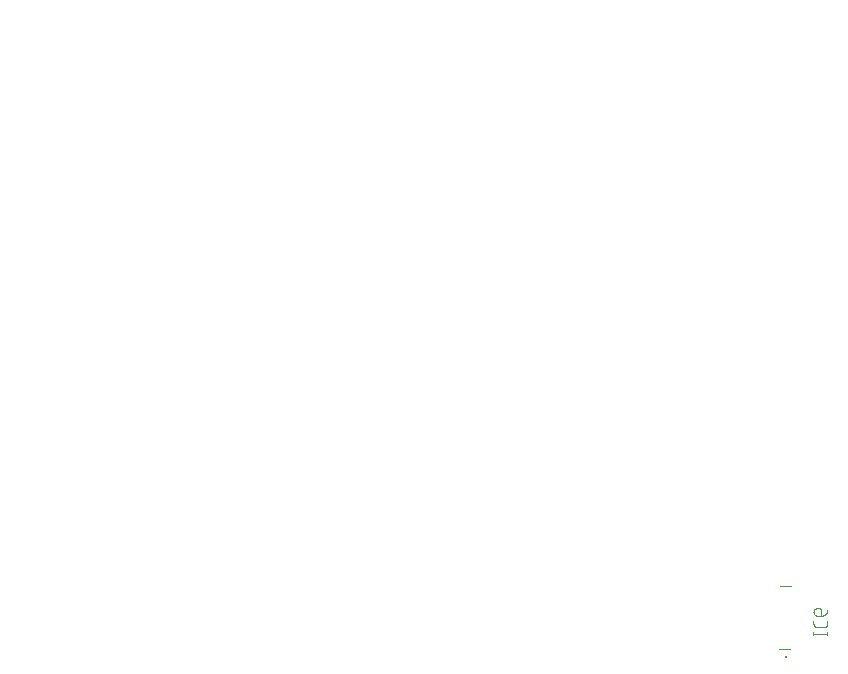
<source format=gbr>
G04 EAGLE Gerber RS-274X export*
G75*
%MOMM*%
%FSLAX34Y34*%
%LPD*%
%INSilkscreen Bottom*%
%IPPOS*%
%AMOC8*
5,1,8,0,0,1.08239X$1,22.5*%
G01*
%ADD10R,0.600000X0.100000*%
%ADD11R,1.500000X0.100000*%
%ADD12R,0.100000X0.100000*%
%ADD13R,2.500000X0.100000*%
%ADD14R,2.700000X0.100000*%
%ADD15R,3.200000X0.100000*%
%ADD16R,3.600000X0.100000*%
%ADD17R,4.100000X0.100000*%
%ADD18R,1.700000X0.100000*%
%ADD19R,1.600000X0.100000*%
%ADD20R,0.200000X0.100000*%
%ADD21R,0.300000X0.100000*%
%ADD22R,1.400000X0.100000*%
%ADD23R,1.300000X0.100000*%
%ADD24R,2.200000X0.100000*%
%ADD25R,1.200000X0.100000*%
%ADD26R,1.000000X0.100000*%
%ADD27R,1.100000X0.100000*%
%ADD28R,0.700000X0.100000*%
%ADD29R,1.800000X0.100000*%
%ADD30R,3.500000X0.100000*%
%ADD31R,0.900000X0.100000*%
%ADD32R,2.600000X0.100000*%
%ADD33R,3.700000X0.100000*%
%ADD34R,2.000000X0.100000*%
%ADD35R,0.800000X0.100000*%
%ADD36R,4.000000X0.100000*%
%ADD37R,4.300000X0.100000*%
%ADD38R,0.400000X0.100000*%
%ADD39R,0.500000X0.100000*%
%ADD40R,2.300000X0.100000*%
%ADD41R,2.900000X0.100000*%
%ADD42R,4.700000X0.100000*%
%ADD43R,5.100000X0.100000*%
%ADD44R,5.400000X0.100000*%
%ADD45R,5.800000X0.100000*%
%ADD46R,6.100000X0.100000*%
%ADD47R,2.100000X0.100000*%
%ADD48R,6.400000X0.100000*%
%ADD49R,2.400000X0.100000*%
%ADD50R,6.700000X0.100000*%
%ADD51R,4.600000X0.100000*%
%ADD52R,3.900000X0.100000*%
%ADD53R,3.300000X0.100000*%
%ADD54R,3.100000X0.100000*%
%ADD55R,7.000000X0.100000*%
%ADD56R,6.900000X0.100000*%
%ADD57R,6.800000X0.100000*%
%ADD58R,6.600000X0.100000*%
%ADD59R,6.500000X0.100000*%
%ADD60R,3.800000X0.100000*%
%ADD61R,1.900000X0.100000*%
%ADD62R,4.800000X0.100000*%
%ADD63R,5.200000X0.100000*%
%ADD64R,5.700000X0.100000*%
%ADD65R,6.200000X0.100000*%
%ADD66R,8.800000X0.100000*%
%ADD67R,7.500000X0.100000*%
%ADD68R,7.200000X0.100000*%
%ADD69R,5.000000X0.100000*%
%ADD70R,4.900000X0.100000*%
%ADD71R,2.800000X0.100000*%
%ADD72R,3.000000X0.100000*%
%ADD73R,3.400000X0.100000*%
%ADD74R,4.200000X0.100000*%
%ADD75R,4.400000X0.100000*%
%ADD76R,4.500000X0.100000*%
%ADD77R,5.500000X0.100000*%
%ADD78R,6.000000X0.100000*%
%ADD79R,8.400000X0.100000*%
%ADD80R,8.500000X0.100000*%
%ADD81R,5.600000X0.100000*%
%ADD82R,5.300000X0.100000*%
%ADD83R,5.900000X0.100000*%
%ADD84R,6.300000X0.100000*%
%ADD85R,10.500000X0.100000*%
%ADD86R,9.300000X0.100000*%
%ADD87R,8.000000X0.100000*%
%ADD88C,0.100000*%
%ADD89C,0.100000*%
%ADD90C,0.101600*%


D10*
X-85500Y274000D03*
D11*
X-85000Y275000D03*
D12*
X-76000Y275000D03*
D13*
X-85000Y276000D03*
D14*
X-85000Y277000D03*
D15*
X-85500Y278000D03*
D16*
X-84500Y279000D03*
D17*
X-85000Y280000D03*
D18*
X-98000Y281000D03*
D19*
X-71500Y281000D03*
D20*
X-137500Y282000D03*
D21*
X-134000Y282000D03*
D22*
X-100500Y282000D03*
D23*
X-69000Y282000D03*
D19*
X-135500Y283000D03*
D23*
X-103000Y283000D03*
X-67000Y283000D03*
D24*
X-134500Y284000D03*
D25*
X-104500Y284000D03*
X-65500Y284000D03*
D14*
X-135000Y285000D03*
D26*
X-105500Y285000D03*
D27*
X-64000Y285000D03*
D28*
X-27000Y285000D03*
D12*
X-22000Y285000D03*
D15*
X-134500Y286000D03*
D27*
X-107000Y286000D03*
D26*
X-62500Y286000D03*
D29*
X-26500Y286000D03*
D12*
X-16000Y286000D03*
D30*
X-135000Y287000D03*
D31*
X-108000Y287000D03*
D26*
X-61500Y287000D03*
D12*
X-39000Y287000D03*
D32*
X-24500Y287000D03*
D33*
X-135000Y288000D03*
D31*
X-109000Y288000D03*
D26*
X-60500Y288000D03*
D15*
X-25500Y288000D03*
D18*
X-147000Y289000D03*
D19*
X-123500Y289000D03*
D31*
X-110000Y289000D03*
X-59000Y289000D03*
D16*
X-25500Y289000D03*
D22*
X-149500Y290000D03*
D34*
X-116500Y290000D03*
D12*
X-98000Y290000D03*
D35*
X-58500Y290000D03*
D36*
X-25500Y290000D03*
D25*
X-151500Y291000D03*
D19*
X-115500Y291000D03*
D20*
X-98500Y291000D03*
D35*
X-57500Y291000D03*
D37*
X-26000Y291000D03*
D27*
X-153000Y292000D03*
D23*
X-115000Y292000D03*
D38*
X-99500Y292000D03*
D28*
X-57000Y292000D03*
D29*
X-39500Y292000D03*
X-11500Y292000D03*
D27*
X-154000Y293000D03*
X-115000Y293000D03*
D38*
X-100500Y293000D03*
D31*
X-56000Y293000D03*
D11*
X-43000Y293000D03*
X-8000Y293000D03*
D26*
X-155500Y294000D03*
D31*
X-114000Y294000D03*
D38*
X-101500Y294000D03*
D24*
X-48500Y294000D03*
D23*
X-6000Y294000D03*
D26*
X-156500Y295000D03*
D28*
X-114000Y295000D03*
D39*
X-102000Y295000D03*
D29*
X-49500Y295000D03*
D25*
X-4500Y295000D03*
D31*
X-158000Y296000D03*
D39*
X-114000Y296000D03*
X-103000Y296000D03*
D11*
X-50000Y296000D03*
D27*
X-3000Y296000D03*
D31*
X-159000Y297000D03*
D39*
X-114000Y297000D03*
X-103000Y297000D03*
D22*
X-50500Y297000D03*
D12*
X-33000Y297000D03*
D26*
X-1500Y297000D03*
D31*
X-159000Y298000D03*
D38*
X-114500Y298000D03*
D39*
X-104000Y298000D03*
D27*
X-51000Y298000D03*
D28*
X-35000Y298000D03*
D26*
X-500Y298000D03*
D31*
X-160000Y299000D03*
D21*
X-115000Y299000D03*
D10*
X-104500Y299000D03*
D31*
X-51000Y299000D03*
D35*
X-35500Y299000D03*
D26*
X500Y299000D03*
D31*
X-161000Y300000D03*
D38*
X-115500Y300000D03*
D39*
X-105000Y300000D03*
D35*
X-51500Y300000D03*
D26*
X-37500Y300000D03*
D31*
X2000Y300000D03*
D35*
X-161500Y301000D03*
D12*
X-150000Y301000D03*
D21*
X-116000Y301000D03*
D10*
X-105500Y301000D03*
D39*
X-52000Y301000D03*
D31*
X-38000Y301000D03*
X3000Y301000D03*
D35*
X-162500Y302000D03*
D21*
X-151000Y302000D03*
D38*
X-116500Y302000D03*
D10*
X-106500Y302000D03*
D21*
X-52000Y302000D03*
D35*
X-39500Y302000D03*
D31*
X4000Y302000D03*
D12*
X230000Y302000D03*
D20*
X233500Y302000D03*
X237500Y302000D03*
X240500Y302000D03*
D31*
X-163000Y303000D03*
D21*
X-152000Y303000D03*
X-117000Y303000D03*
D10*
X-106500Y303000D03*
D38*
X-52500Y303000D03*
D31*
X-40000Y303000D03*
X5000Y303000D03*
D40*
X235000Y303000D03*
D35*
X-163500Y304000D03*
D21*
X-152000Y304000D03*
X-117000Y304000D03*
D39*
X-107000Y304000D03*
D21*
X-53000Y304000D03*
D31*
X-41000Y304000D03*
D35*
X5500Y304000D03*
D41*
X235000Y304000D03*
D35*
X-164500Y305000D03*
D21*
X-153000Y305000D03*
X-118000Y305000D03*
D10*
X-107500Y305000D03*
D38*
X-53500Y305000D03*
D35*
X-42500Y305000D03*
X6500Y305000D03*
D30*
X234000Y305000D03*
D35*
X-164500Y306000D03*
D38*
X-153500Y306000D03*
D21*
X-118000Y306000D03*
D10*
X-107500Y306000D03*
D38*
X-54500Y306000D03*
D35*
X-43500Y306000D03*
X7500Y306000D03*
D36*
X233500Y306000D03*
D35*
X-165500Y307000D03*
D21*
X-154000Y307000D03*
X-119000Y307000D03*
D10*
X-107500Y307000D03*
D21*
X-55000Y307000D03*
D35*
X-43500Y307000D03*
X7500Y307000D03*
D37*
X234000Y307000D03*
D35*
X-165500Y308000D03*
D38*
X-154500Y308000D03*
D21*
X-119000Y308000D03*
D10*
X-108500Y308000D03*
D21*
X-56000Y308000D03*
D35*
X-44500Y308000D03*
X8500Y308000D03*
D42*
X233000Y308000D03*
D28*
X-166000Y309000D03*
D39*
X-155000Y309000D03*
D21*
X-119000Y309000D03*
D10*
X-108500Y309000D03*
D21*
X-56000Y309000D03*
D35*
X-45500Y309000D03*
X9500Y309000D03*
D43*
X233000Y309000D03*
D28*
X-166000Y310000D03*
D38*
X-155500Y310000D03*
D21*
X-119000Y310000D03*
D10*
X-108500Y310000D03*
D38*
X-56500Y310000D03*
D35*
X-45500Y310000D03*
D28*
X10000Y310000D03*
D44*
X232500Y310000D03*
D28*
X-167000Y311000D03*
D39*
X-156000Y311000D03*
D21*
X-119000Y311000D03*
D28*
X-109000Y311000D03*
D21*
X-57000Y311000D03*
D35*
X-46500Y311000D03*
X10500Y311000D03*
D45*
X232500Y311000D03*
D28*
X-167000Y312000D03*
D39*
X-156000Y312000D03*
D21*
X-119000Y312000D03*
D10*
X-109500Y312000D03*
D38*
X-57500Y312000D03*
D35*
X-47500Y312000D03*
D34*
X17500Y312000D03*
D46*
X233000Y312000D03*
D39*
X-176000Y313000D03*
D28*
X-167000Y313000D03*
D10*
X-156500Y313000D03*
D21*
X-119000Y313000D03*
D28*
X-110000Y313000D03*
D38*
X-57500Y313000D03*
D35*
X-47500Y313000D03*
D47*
X19000Y313000D03*
D48*
X232500Y313000D03*
D12*
X-183000Y314000D03*
D18*
X-173000Y314000D03*
D39*
X-157000Y314000D03*
D21*
X-119000Y314000D03*
D28*
X-110000Y314000D03*
D21*
X-58000Y314000D03*
D35*
X-48500Y314000D03*
D49*
X20500Y314000D03*
D12*
X34000Y314000D03*
D50*
X233000Y314000D03*
D34*
X-174500Y315000D03*
D39*
X-157000Y315000D03*
D21*
X-119000Y315000D03*
D28*
X-110000Y315000D03*
D38*
X-58500Y315000D03*
D35*
X-48500Y315000D03*
D12*
X10000Y315000D03*
D13*
X24000Y315000D03*
D43*
X223000Y315000D03*
D27*
X262000Y315000D03*
D24*
X-175500Y316000D03*
D10*
X-157500Y316000D03*
D21*
X-119000Y316000D03*
D28*
X-110000Y316000D03*
D21*
X-58000Y316000D03*
D31*
X-49000Y316000D03*
D32*
X24500Y316000D03*
D51*
X218500Y316000D03*
D28*
X266000Y316000D03*
D49*
X-177500Y317000D03*
D10*
X-157500Y317000D03*
D21*
X-119000Y317000D03*
D10*
X-110500Y317000D03*
D21*
X-59000Y317000D03*
D31*
X-49000Y317000D03*
D10*
X14500Y317000D03*
D25*
X33500Y317000D03*
D37*
X216000Y317000D03*
D39*
X268000Y317000D03*
D49*
X-177500Y318000D03*
D10*
X-157500Y318000D03*
D21*
X-119000Y318000D03*
D10*
X-110500Y318000D03*
D38*
X-59500Y318000D03*
D31*
X-50000Y318000D03*
D38*
X12500Y318000D03*
D26*
X35500Y318000D03*
D17*
X214000Y318000D03*
D39*
X270000Y318000D03*
D27*
X-186000Y319000D03*
D10*
X-168500Y319000D03*
D39*
X-158000Y319000D03*
D21*
X-119000Y319000D03*
D28*
X-111000Y319000D03*
D21*
X-59000Y319000D03*
D31*
X-50000Y319000D03*
D39*
X11000Y319000D03*
D35*
X37500Y319000D03*
D52*
X212000Y319000D03*
D38*
X271500Y319000D03*
D26*
X-187500Y320000D03*
D21*
X-168000Y320000D03*
D10*
X-158500Y320000D03*
D21*
X-119000Y320000D03*
D28*
X-111000Y320000D03*
D21*
X-60000Y320000D03*
D35*
X-50500Y320000D03*
D39*
X9000Y320000D03*
D31*
X39000Y320000D03*
D52*
X210000Y320000D03*
D21*
X273000Y320000D03*
D35*
X-189500Y321000D03*
D21*
X-167000Y321000D03*
D10*
X-158500Y321000D03*
D21*
X-119000Y321000D03*
D28*
X-111000Y321000D03*
D21*
X-60000Y321000D03*
D31*
X-51000Y321000D03*
D38*
X7500Y321000D03*
D28*
X41000Y321000D03*
D16*
X208500Y321000D03*
D21*
X274000Y321000D03*
D35*
X-190500Y322000D03*
D20*
X-167500Y322000D03*
D10*
X-158500Y322000D03*
D21*
X-119000Y322000D03*
D28*
X-111000Y322000D03*
D21*
X-60000Y322000D03*
D31*
X-51000Y322000D03*
D38*
X5500Y322000D03*
D35*
X41500Y322000D03*
D20*
X168500Y322000D03*
D16*
X206500Y322000D03*
D21*
X275000Y322000D03*
D35*
X-191500Y323000D03*
D20*
X-167500Y323000D03*
D10*
X-158500Y323000D03*
D21*
X-119000Y323000D03*
D28*
X-111000Y323000D03*
D38*
X-60500Y323000D03*
D31*
X-51000Y323000D03*
D38*
X4500Y323000D03*
D28*
X43000Y323000D03*
D35*
X167500Y323000D03*
D30*
X205000Y323000D03*
D21*
X276000Y323000D03*
D35*
X-192500Y324000D03*
D20*
X-167500Y324000D03*
D28*
X-159000Y324000D03*
D21*
X-119000Y324000D03*
D28*
X-111000Y324000D03*
D21*
X-60000Y324000D03*
D35*
X-51500Y324000D03*
D38*
X3500Y324000D03*
D12*
X41000Y324000D03*
D38*
X44500Y324000D03*
D25*
X165500Y324000D03*
D53*
X204000Y324000D03*
D21*
X277000Y324000D03*
D28*
X-193000Y325000D03*
D20*
X-167500Y325000D03*
D28*
X-159000Y325000D03*
D21*
X-119000Y325000D03*
D28*
X-111000Y325000D03*
D21*
X-60000Y325000D03*
D31*
X-52000Y325000D03*
D21*
X2000Y325000D03*
D10*
X44500Y325000D03*
D18*
X165000Y325000D03*
D53*
X203000Y325000D03*
D21*
X278000Y325000D03*
D35*
X-194500Y326000D03*
D21*
X-168000Y326000D03*
D28*
X-159000Y326000D03*
D21*
X-119000Y326000D03*
D28*
X-111000Y326000D03*
D21*
X-60000Y326000D03*
D31*
X-52000Y326000D03*
D21*
X1000Y326000D03*
D12*
X11000Y326000D03*
D39*
X46000Y326000D03*
D24*
X163500Y326000D03*
D53*
X201000Y326000D03*
D21*
X279000Y326000D03*
D28*
X-195000Y327000D03*
D21*
X-168000Y327000D03*
D28*
X-159000Y327000D03*
D21*
X-119000Y327000D03*
D28*
X-111000Y327000D03*
D38*
X-60500Y327000D03*
D31*
X-52000Y327000D03*
D21*
X0Y327000D03*
X10000Y327000D03*
D39*
X47000Y327000D03*
D41*
X162000Y327000D03*
D15*
X200500Y327000D03*
D21*
X279000Y327000D03*
D10*
X-195500Y328000D03*
D20*
X-168500Y328000D03*
D28*
X-159000Y328000D03*
D20*
X-119500Y328000D03*
D28*
X-111000Y328000D03*
D38*
X-60500Y328000D03*
D31*
X-52000Y328000D03*
D20*
X-500Y328000D03*
D21*
X8000Y328000D03*
D39*
X47000Y328000D03*
D15*
X161500Y328000D03*
D54*
X199000Y328000D03*
D21*
X280000Y328000D03*
D10*
X-196500Y329000D03*
D20*
X-168500Y329000D03*
D28*
X-159000Y329000D03*
D21*
X-120000Y329000D03*
D28*
X-111000Y329000D03*
D38*
X-60500Y329000D03*
D35*
X-52500Y329000D03*
D20*
X-1500Y329000D03*
D21*
X7000Y329000D03*
D39*
X48000Y329000D03*
D33*
X160000Y329000D03*
D54*
X198000Y329000D03*
D20*
X280500Y329000D03*
D10*
X-197500Y330000D03*
D20*
X-168500Y330000D03*
D28*
X-159000Y330000D03*
D20*
X-119500Y330000D03*
D28*
X-111000Y330000D03*
D21*
X-60000Y330000D03*
D35*
X-52500Y330000D03*
D20*
X-2500Y330000D03*
D38*
X6500Y330000D03*
X48500Y330000D03*
D36*
X160500Y330000D03*
D54*
X197000Y330000D03*
D20*
X280500Y330000D03*
D28*
X-198000Y331000D03*
D20*
X-168500Y331000D03*
D28*
X-159000Y331000D03*
D21*
X-119000Y331000D03*
D28*
X-111000Y331000D03*
D38*
X-60500Y331000D03*
D31*
X-52000Y331000D03*
D21*
X-3000Y331000D03*
D38*
X5500Y331000D03*
D39*
X49000Y331000D03*
D55*
X175500Y331000D03*
D20*
X281500Y331000D03*
D10*
X-198500Y332000D03*
D20*
X-168500Y332000D03*
D10*
X-159500Y332000D03*
D21*
X-119000Y332000D03*
D28*
X-111000Y332000D03*
D38*
X-60500Y332000D03*
D31*
X-52000Y332000D03*
D20*
X-3500Y332000D03*
D38*
X4500Y332000D03*
D39*
X50000Y332000D03*
D56*
X175000Y332000D03*
D20*
X281500Y332000D03*
D28*
X-199000Y333000D03*
D20*
X-168500Y333000D03*
D28*
X-160000Y333000D03*
D21*
X-119000Y333000D03*
D28*
X-111000Y333000D03*
D38*
X-60500Y333000D03*
D31*
X-52000Y333000D03*
D20*
X-4500Y333000D03*
D39*
X4000Y333000D03*
D10*
X50500Y333000D03*
D57*
X174500Y333000D03*
D20*
X282500Y333000D03*
D28*
X-199000Y334000D03*
D20*
X-168500Y334000D03*
D28*
X-160000Y334000D03*
D21*
X-119000Y334000D03*
D28*
X-111000Y334000D03*
D38*
X-60500Y334000D03*
D31*
X-52000Y334000D03*
D38*
X-5500Y334000D03*
D39*
X3000Y334000D03*
X51000Y334000D03*
D50*
X174000Y334000D03*
D20*
X282500Y334000D03*
D10*
X-199500Y335000D03*
D12*
X-189000Y335000D03*
D20*
X-168500Y335000D03*
D28*
X-160000Y335000D03*
D21*
X-119000Y335000D03*
D28*
X-111000Y335000D03*
D38*
X-60500Y335000D03*
D31*
X-52000Y335000D03*
D38*
X-6500Y335000D03*
D10*
X2500Y335000D03*
D39*
X52000Y335000D03*
D38*
X120500Y335000D03*
D58*
X173500Y335000D03*
D21*
X283000Y335000D03*
D39*
X-200000Y336000D03*
D20*
X-189500Y336000D03*
X-168500Y336000D03*
D28*
X-160000Y336000D03*
D21*
X-119000Y336000D03*
D28*
X-111000Y336000D03*
D21*
X-61000Y336000D03*
D35*
X-52500Y336000D03*
D21*
X-7000Y336000D03*
D39*
X2000Y336000D03*
X52000Y336000D03*
D31*
X119000Y336000D03*
D58*
X172500Y336000D03*
D20*
X283500Y336000D03*
D10*
X-200500Y337000D03*
D20*
X-189500Y337000D03*
X-168500Y337000D03*
D28*
X-160000Y337000D03*
D21*
X-119000Y337000D03*
D10*
X-110500Y337000D03*
D21*
X-61000Y337000D03*
D31*
X-52000Y337000D03*
D38*
X-7500Y337000D03*
D10*
X1500Y337000D03*
D39*
X53000Y337000D03*
D23*
X119000Y337000D03*
D59*
X172000Y337000D03*
D20*
X283500Y337000D03*
D10*
X-201500Y338000D03*
D20*
X-190500Y338000D03*
X-168500Y338000D03*
D28*
X-160000Y338000D03*
D21*
X-118000Y338000D03*
D28*
X-110000Y338000D03*
D21*
X-61000Y338000D03*
D35*
X-52500Y338000D03*
D21*
X-8000Y338000D03*
D39*
X1000Y338000D03*
D38*
X53500Y338000D03*
D29*
X116500Y338000D03*
D36*
X159500Y338000D03*
D24*
X192500Y338000D03*
D20*
X283500Y338000D03*
D39*
X-201000Y339000D03*
D20*
X-190500Y339000D03*
X-168500Y339000D03*
D28*
X-159000Y339000D03*
D21*
X-118000Y339000D03*
D28*
X-110000Y339000D03*
D21*
X-61000Y339000D03*
D35*
X-52500Y339000D03*
D38*
X-8500Y339000D03*
D10*
X500Y339000D03*
D39*
X54000Y339000D03*
D40*
X116000Y339000D03*
D16*
X157500Y339000D03*
D47*
X192000Y339000D03*
D21*
X284000Y339000D03*
D10*
X-201500Y340000D03*
D21*
X-191000Y340000D03*
D20*
X-168500Y340000D03*
D28*
X-159000Y340000D03*
D38*
X-118500Y340000D03*
D28*
X-110000Y340000D03*
D21*
X-61000Y340000D03*
D35*
X-52500Y340000D03*
D21*
X-9000Y340000D03*
D10*
X500Y340000D03*
D38*
X54500Y340000D03*
D41*
X114000Y340000D03*
D15*
X155500Y340000D03*
D47*
X191000Y340000D03*
D20*
X284500Y340000D03*
D28*
X-202000Y341000D03*
D21*
X-191000Y341000D03*
D20*
X-168500Y341000D03*
D28*
X-159000Y341000D03*
D21*
X-118000Y341000D03*
D28*
X-110000Y341000D03*
D21*
X-61000Y341000D03*
D35*
X-52500Y341000D03*
D21*
X-9000Y341000D03*
D10*
X-500Y341000D03*
D39*
X55000Y341000D03*
D15*
X113500Y341000D03*
D41*
X154000Y341000D03*
D34*
X190500Y341000D03*
D20*
X284500Y341000D03*
D39*
X-202000Y342000D03*
D21*
X-191000Y342000D03*
D20*
X-168500Y342000D03*
D28*
X-159000Y342000D03*
D21*
X-118000Y342000D03*
D28*
X-110000Y342000D03*
D21*
X-61000Y342000D03*
D35*
X-52500Y342000D03*
D21*
X-9000Y342000D03*
D10*
X-500Y342000D03*
D39*
X55000Y342000D03*
D60*
X111500Y342000D03*
D13*
X152000Y342000D03*
D61*
X190000Y342000D03*
D20*
X284500Y342000D03*
D10*
X-202500Y343000D03*
D38*
X-191500Y343000D03*
D20*
X-168500Y343000D03*
D28*
X-159000Y343000D03*
D21*
X-118000Y343000D03*
D28*
X-110000Y343000D03*
D21*
X-61000Y343000D03*
D31*
X-52000Y343000D03*
D21*
X-10000Y343000D03*
D10*
X-500Y343000D03*
D38*
X55500Y343000D03*
D37*
X110000Y343000D03*
D47*
X150000Y343000D03*
D61*
X190000Y343000D03*
D20*
X284500Y343000D03*
D10*
X-202500Y344000D03*
D21*
X-192000Y344000D03*
X-168000Y344000D03*
D28*
X-159000Y344000D03*
D21*
X-118000Y344000D03*
D35*
X-109500Y344000D03*
D21*
X-61000Y344000D03*
D31*
X-52000Y344000D03*
D21*
X-10000Y344000D03*
D28*
X-1000Y344000D03*
D39*
X56000Y344000D03*
D62*
X108500Y344000D03*
D29*
X147500Y344000D03*
X189500Y344000D03*
D20*
X284500Y344000D03*
D10*
X-203500Y345000D03*
D21*
X-192000Y345000D03*
X-168000Y345000D03*
D28*
X-159000Y345000D03*
D21*
X-118000Y345000D03*
D28*
X-109000Y345000D03*
D21*
X-61000Y345000D03*
D31*
X-52000Y345000D03*
D21*
X-10000Y345000D03*
D10*
X-1500Y345000D03*
D38*
X56500Y345000D03*
D63*
X108500Y345000D03*
D19*
X146500Y345000D03*
D18*
X189000Y345000D03*
D20*
X284500Y345000D03*
D10*
X-203500Y346000D03*
D38*
X-192500Y346000D03*
D21*
X-168000Y346000D03*
D28*
X-159000Y346000D03*
D21*
X-117000Y346000D03*
D28*
X-109000Y346000D03*
D21*
X-61000Y346000D03*
D31*
X-52000Y346000D03*
D20*
X-9500Y346000D03*
D10*
X-1500Y346000D03*
D39*
X57000Y346000D03*
D64*
X107000Y346000D03*
D19*
X146500Y346000D03*
D18*
X189000Y346000D03*
D20*
X284500Y346000D03*
D10*
X-203500Y347000D03*
D38*
X-192500Y347000D03*
D21*
X-168000Y347000D03*
D28*
X-159000Y347000D03*
D21*
X-117000Y347000D03*
D28*
X-109000Y347000D03*
D21*
X-61000Y347000D03*
D35*
X-51500Y347000D03*
D21*
X-10000Y347000D03*
D10*
X-1500Y347000D03*
D38*
X57500Y347000D03*
D65*
X105500Y347000D03*
D19*
X146500Y347000D03*
X188500Y347000D03*
D20*
X284500Y347000D03*
D10*
X-203500Y348000D03*
D38*
X-192500Y348000D03*
D21*
X-167000Y348000D03*
D28*
X-159000Y348000D03*
D21*
X-117000Y348000D03*
D28*
X-109000Y348000D03*
D21*
X-61000Y348000D03*
D35*
X-51500Y348000D03*
D21*
X-10000Y348000D03*
D28*
X-2000Y348000D03*
D39*
X58000Y348000D03*
D12*
X70000Y348000D03*
D58*
X104500Y348000D03*
D19*
X146500Y348000D03*
D11*
X188000Y348000D03*
D28*
X244000Y348000D03*
D20*
X284500Y348000D03*
D39*
X-204000Y349000D03*
D38*
X-192500Y349000D03*
D20*
X-167500Y349000D03*
D28*
X-159000Y349000D03*
D38*
X-117500Y349000D03*
D28*
X-109000Y349000D03*
D21*
X-61000Y349000D03*
D31*
X-51000Y349000D03*
D20*
X-9500Y349000D03*
D28*
X-2000Y349000D03*
D39*
X58000Y349000D03*
D66*
X110500Y349000D03*
D22*
X187500Y349000D03*
X242500Y349000D03*
D20*
X284500Y349000D03*
D10*
X-204500Y350000D03*
D38*
X-192500Y350000D03*
D21*
X-167000Y350000D03*
D28*
X-158000Y350000D03*
D21*
X-117000Y350000D03*
D28*
X-108000Y350000D03*
D21*
X-61000Y350000D03*
D31*
X-51000Y350000D03*
D20*
X-9500Y350000D03*
D28*
X-2000Y350000D03*
D39*
X58000Y350000D03*
D55*
X98500Y350000D03*
D34*
X144500Y350000D03*
D22*
X187500Y350000D03*
D29*
X241500Y350000D03*
D12*
X285000Y350000D03*
D39*
X-204000Y351000D03*
X-193000Y351000D03*
D21*
X-167000Y351000D03*
D28*
X-158000Y351000D03*
D21*
X-117000Y351000D03*
D28*
X-108000Y351000D03*
D21*
X-60000Y351000D03*
D31*
X-51000Y351000D03*
D20*
X-9500Y351000D03*
D28*
X-2000Y351000D03*
D67*
X93000Y351000D03*
D61*
X145000Y351000D03*
D23*
X187000Y351000D03*
D47*
X241000Y351000D03*
D12*
X285000Y351000D03*
D10*
X-204500Y352000D03*
D38*
X-193500Y352000D03*
D20*
X-166500Y352000D03*
D28*
X-158000Y352000D03*
D21*
X-117000Y352000D03*
D28*
X-108000Y352000D03*
D21*
X-60000Y352000D03*
D31*
X-51000Y352000D03*
D20*
X-9500Y352000D03*
D28*
X-2000Y352000D03*
D68*
X91500Y352000D03*
D61*
X145000Y352000D03*
D22*
X186500Y352000D03*
D10*
X231500Y352000D03*
D18*
X244000Y352000D03*
D20*
X284500Y352000D03*
D10*
X-204500Y353000D03*
D38*
X-193500Y353000D03*
D21*
X-166000Y353000D03*
D28*
X-158000Y353000D03*
D21*
X-117000Y353000D03*
D28*
X-108000Y353000D03*
D21*
X-60000Y353000D03*
D35*
X-50500Y353000D03*
D21*
X-10000Y353000D03*
D28*
X-2000Y353000D03*
D57*
X89500Y353000D03*
D61*
X145000Y353000D03*
D23*
X186000Y353000D03*
D38*
X229500Y353000D03*
D18*
X244000Y353000D03*
D20*
X284500Y353000D03*
D10*
X-204500Y354000D03*
D38*
X-193500Y354000D03*
D21*
X-166000Y354000D03*
D28*
X-158000Y354000D03*
D21*
X-116000Y354000D03*
D28*
X-107000Y354000D03*
D38*
X-59500Y354000D03*
D31*
X-50000Y354000D03*
D21*
X-10000Y354000D03*
D28*
X-2000Y354000D03*
D48*
X87500Y354000D03*
D29*
X145500Y354000D03*
D23*
X186000Y354000D03*
D38*
X227500Y354000D03*
D29*
X244500Y354000D03*
D20*
X284500Y354000D03*
D39*
X-205000Y355000D03*
D38*
X-193500Y355000D03*
D20*
X-165500Y355000D03*
D28*
X-158000Y355000D03*
D38*
X-116500Y355000D03*
D28*
X-107000Y355000D03*
D21*
X-59000Y355000D03*
D31*
X-50000Y355000D03*
D20*
X-10500Y355000D03*
D28*
X-2000Y355000D03*
D46*
X86000Y355000D03*
D18*
X145000Y355000D03*
D25*
X185500Y355000D03*
D38*
X226500Y355000D03*
D19*
X245500Y355000D03*
D20*
X284500Y355000D03*
D39*
X-205000Y356000D03*
D38*
X-193500Y356000D03*
D21*
X-165000Y356000D03*
D28*
X-157000Y356000D03*
D21*
X-116000Y356000D03*
D28*
X-107000Y356000D03*
D21*
X-59000Y356000D03*
D31*
X-50000Y356000D03*
D20*
X-10500Y356000D03*
D28*
X-2000Y356000D03*
D45*
X83500Y356000D03*
D18*
X145000Y356000D03*
D25*
X185500Y356000D03*
D21*
X225000Y356000D03*
D11*
X246000Y356000D03*
D20*
X284500Y356000D03*
D39*
X-205000Y357000D03*
D38*
X-193500Y357000D03*
D21*
X-165000Y357000D03*
D28*
X-157000Y357000D03*
D21*
X-115000Y357000D03*
D10*
X-106500Y357000D03*
D21*
X-58000Y357000D03*
D35*
X-49500Y357000D03*
D20*
X-10500Y357000D03*
D28*
X-2000Y357000D03*
D44*
X81500Y357000D03*
D19*
X145500Y357000D03*
D27*
X185000Y357000D03*
D21*
X224000Y357000D03*
D11*
X247000Y357000D03*
D39*
X283000Y357000D03*
X-205000Y358000D03*
D38*
X-193500Y358000D03*
D21*
X-165000Y358000D03*
D28*
X-157000Y358000D03*
D38*
X-115500Y358000D03*
D28*
X-106000Y358000D03*
D21*
X-58000Y358000D03*
D35*
X-49500Y358000D03*
D20*
X-10500Y358000D03*
D28*
X-2000Y358000D03*
D69*
X79500Y358000D03*
D19*
X145500Y358000D03*
D27*
X185000Y358000D03*
D21*
X223000Y358000D03*
D22*
X247500Y358000D03*
D35*
X280500Y358000D03*
D39*
X-205000Y359000D03*
D38*
X-193500Y359000D03*
D21*
X-164000Y359000D03*
D28*
X-157000Y359000D03*
D38*
X-115500Y359000D03*
D28*
X-106000Y359000D03*
D38*
X-57500Y359000D03*
D35*
X-49500Y359000D03*
D20*
X-10500Y359000D03*
D10*
X-1500Y359000D03*
D70*
X79000Y359000D03*
D19*
X145500Y359000D03*
D26*
X184500Y359000D03*
D21*
X222000Y359000D03*
D23*
X248000Y359000D03*
D35*
X276500Y359000D03*
D10*
X-205500Y360000D03*
D38*
X-193500Y360000D03*
D21*
X-164000Y360000D03*
D28*
X-157000Y360000D03*
D21*
X-115000Y360000D03*
D28*
X-106000Y360000D03*
D38*
X-57500Y360000D03*
D35*
X-49500Y360000D03*
D20*
X-10500Y360000D03*
D10*
X-1500Y360000D03*
D69*
X79500Y360000D03*
D11*
X146000Y360000D03*
D26*
X184500Y360000D03*
D21*
X221000Y360000D03*
D27*
X249000Y360000D03*
D31*
X273000Y360000D03*
D10*
X-205500Y361000D03*
D38*
X-193500Y361000D03*
D21*
X-164000Y361000D03*
D28*
X-156000Y361000D03*
D38*
X-114500Y361000D03*
D28*
X-105000Y361000D03*
D21*
X-57000Y361000D03*
D35*
X-48500Y361000D03*
D20*
X-10500Y361000D03*
D10*
X-1500Y361000D03*
D52*
X74000Y361000D03*
D10*
X101500Y361000D03*
D11*
X146000Y361000D03*
D26*
X184500Y361000D03*
D20*
X220500Y361000D03*
D26*
X249500Y361000D03*
D31*
X270000Y361000D03*
D10*
X-205500Y362000D03*
D39*
X-194000Y362000D03*
D21*
X-164000Y362000D03*
D28*
X-156000Y362000D03*
D21*
X-114000Y362000D03*
D28*
X-105000Y362000D03*
D21*
X-57000Y362000D03*
D35*
X-48500Y362000D03*
D20*
X-10500Y362000D03*
D10*
X-1500Y362000D03*
D16*
X72500Y362000D03*
D28*
X102000Y362000D03*
D22*
X146500Y362000D03*
D31*
X184000Y362000D03*
D21*
X220000Y362000D03*
D31*
X250000Y362000D03*
X266000Y362000D03*
D10*
X-205500Y363000D03*
D39*
X-194000Y363000D03*
D21*
X-163000Y363000D03*
D28*
X-156000Y363000D03*
D21*
X-114000Y363000D03*
D28*
X-105000Y363000D03*
D21*
X-56000Y363000D03*
D35*
X-48500Y363000D03*
D21*
X-10000Y363000D03*
D28*
X-1000Y363000D03*
D15*
X70500Y363000D03*
D35*
X101500Y363000D03*
D22*
X146500Y363000D03*
D31*
X184000Y363000D03*
D20*
X219500Y363000D03*
D35*
X250500Y363000D03*
D26*
X262500Y363000D03*
D10*
X-205500Y364000D03*
D39*
X-194000Y364000D03*
D21*
X-163000Y364000D03*
D35*
X-155500Y364000D03*
D21*
X-114000Y364000D03*
D28*
X-104000Y364000D03*
D21*
X-56000Y364000D03*
D31*
X-48000Y364000D03*
D20*
X-9500Y364000D03*
D28*
X-1000Y364000D03*
D39*
X23000Y364000D03*
D71*
X68500Y364000D03*
D35*
X101500Y364000D03*
D22*
X146500Y364000D03*
D31*
X184000Y364000D03*
D21*
X219000Y364000D03*
D11*
X256000Y364000D03*
D10*
X-205500Y365000D03*
D39*
X-194000Y365000D03*
D21*
X-163000Y365000D03*
D28*
X-155000Y365000D03*
D38*
X-113500Y365000D03*
D28*
X-104000Y365000D03*
D21*
X-56000Y365000D03*
D31*
X-48000Y365000D03*
D20*
X-9500Y365000D03*
D10*
X-500Y365000D03*
D12*
X12000Y365000D03*
D19*
X22500Y365000D03*
D49*
X66500Y365000D03*
D31*
X102000Y365000D03*
D23*
X147000Y365000D03*
D31*
X183000Y365000D03*
D21*
X219000Y365000D03*
D26*
X254500Y365000D03*
D10*
X-205500Y366000D03*
X-193500Y366000D03*
D21*
X-163000Y366000D03*
D28*
X-155000Y366000D03*
D21*
X-113000Y366000D03*
D28*
X-104000Y366000D03*
D21*
X-55000Y366000D03*
D35*
X-47500Y366000D03*
D21*
X-9000Y366000D03*
D10*
X-500Y366000D03*
D40*
X20000Y366000D03*
D12*
X33000Y366000D03*
D47*
X65000Y366000D03*
D31*
X102000Y366000D03*
D23*
X147000Y366000D03*
D31*
X183000Y366000D03*
D14*
X231000Y366000D03*
D39*
X253000Y366000D03*
D10*
X-205500Y367000D03*
X-193500Y367000D03*
D20*
X-162500Y367000D03*
D28*
X-155000Y367000D03*
D21*
X-112000Y367000D03*
D28*
X-103000Y367000D03*
D21*
X-55000Y367000D03*
D31*
X-48000Y367000D03*
D20*
X-9500Y367000D03*
D28*
X0Y367000D03*
D54*
X20000Y367000D03*
D18*
X63000Y367000D03*
D31*
X102000Y367000D03*
D25*
X146500Y367000D03*
D31*
X183000Y367000D03*
D72*
X232500Y367000D03*
D10*
X-205500Y368000D03*
D39*
X-193000Y368000D03*
D20*
X-162500Y368000D03*
D28*
X-155000Y368000D03*
D38*
X-112500Y368000D03*
D28*
X-103000Y368000D03*
D21*
X-55000Y368000D03*
D31*
X-47000Y368000D03*
D20*
X-8500Y368000D03*
D28*
X0Y368000D03*
D54*
X20000Y368000D03*
D18*
X62000Y368000D03*
D26*
X102500Y368000D03*
D27*
X147000Y368000D03*
D31*
X183000Y368000D03*
D15*
X233500Y368000D03*
D10*
X-205500Y369000D03*
D39*
X-193000Y369000D03*
D21*
X-162000Y369000D03*
D28*
X-154000Y369000D03*
D21*
X-112000Y369000D03*
D28*
X-103000Y369000D03*
D21*
X-54000Y369000D03*
D31*
X-47000Y369000D03*
D20*
X-8500Y369000D03*
D36*
X16500Y369000D03*
D19*
X62500Y369000D03*
D26*
X102500Y369000D03*
D27*
X147000Y369000D03*
D35*
X182500Y369000D03*
D73*
X234500Y369000D03*
D10*
X-205500Y370000D03*
D39*
X-193000Y370000D03*
D20*
X-161500Y370000D03*
D28*
X-154000Y370000D03*
D38*
X-111500Y370000D03*
D28*
X-102000Y370000D03*
D21*
X-54000Y370000D03*
D31*
X-46000Y370000D03*
D20*
X-8500Y370000D03*
D38*
X-500Y370000D03*
D30*
X20000Y370000D03*
D18*
X62000Y370000D03*
D26*
X102500Y370000D03*
D27*
X147000Y370000D03*
D35*
X182500Y370000D03*
D30*
X235000Y370000D03*
D39*
X-205000Y371000D03*
X-193000Y371000D03*
D21*
X-162000Y371000D03*
D28*
X-154000Y371000D03*
D21*
X-111000Y371000D03*
D28*
X-102000Y371000D03*
D21*
X-54000Y371000D03*
D31*
X-46000Y371000D03*
D20*
X-7500Y371000D03*
D74*
X18500Y371000D03*
D18*
X62000Y371000D03*
D27*
X103000Y371000D03*
D26*
X147500Y371000D03*
D35*
X182500Y371000D03*
D33*
X236000Y371000D03*
D39*
X-205000Y372000D03*
X-193000Y372000D03*
D21*
X-161000Y372000D03*
D28*
X-153000Y372000D03*
D38*
X-110500Y372000D03*
D28*
X-101000Y372000D03*
D21*
X-53000Y372000D03*
D31*
X-46000Y372000D03*
D21*
X-7000Y372000D03*
D37*
X19000Y372000D03*
D18*
X62000Y372000D03*
D27*
X103000Y372000D03*
D26*
X147500Y372000D03*
D35*
X182500Y372000D03*
D33*
X237000Y372000D03*
D39*
X-205000Y373000D03*
X-193000Y373000D03*
D20*
X-160500Y373000D03*
D28*
X-153000Y373000D03*
D38*
X-110500Y373000D03*
D28*
X-101000Y373000D03*
D21*
X-53000Y373000D03*
D31*
X-45000Y373000D03*
D20*
X-7500Y373000D03*
D37*
X20000Y373000D03*
D18*
X62000Y373000D03*
D25*
X103500Y373000D03*
D26*
X147500Y373000D03*
D35*
X182500Y373000D03*
D33*
X238000Y373000D03*
D28*
X-206000Y374000D03*
D39*
X-193000Y374000D03*
D38*
X-160500Y374000D03*
D28*
X-153000Y374000D03*
D38*
X-109500Y374000D03*
D28*
X-101000Y374000D03*
D38*
X-52500Y374000D03*
D31*
X-45000Y374000D03*
D20*
X-6500Y374000D03*
D75*
X20500Y374000D03*
D18*
X62000Y374000D03*
D25*
X103500Y374000D03*
D31*
X148000Y374000D03*
D28*
X182000Y374000D03*
D60*
X239500Y374000D03*
D26*
X-206500Y375000D03*
D10*
X-192500Y375000D03*
D21*
X-160000Y375000D03*
D28*
X-152000Y375000D03*
D38*
X-109500Y375000D03*
D28*
X-100000Y375000D03*
D21*
X-52000Y375000D03*
D35*
X-44500Y375000D03*
D20*
X-6500Y375000D03*
D75*
X20500Y375000D03*
D18*
X62000Y375000D03*
D25*
X103500Y375000D03*
D31*
X148000Y375000D03*
D28*
X182000Y375000D03*
D33*
X241000Y375000D03*
D27*
X-207000Y376000D03*
D10*
X-192500Y376000D03*
D20*
X-159500Y376000D03*
D28*
X-152000Y376000D03*
D21*
X-109000Y376000D03*
D28*
X-100000Y376000D03*
D21*
X-52000Y376000D03*
D31*
X-44000Y376000D03*
D20*
X-6500Y376000D03*
D76*
X21000Y376000D03*
D18*
X62000Y376000D03*
D22*
X103500Y376000D03*
D31*
X148000Y376000D03*
D28*
X182000Y376000D03*
D30*
X244000Y376000D03*
D25*
X-207500Y377000D03*
D10*
X-192500Y377000D03*
D21*
X-159000Y377000D03*
D35*
X-151500Y377000D03*
D38*
X-108500Y377000D03*
D35*
X-99500Y377000D03*
D38*
X-51500Y377000D03*
D31*
X-44000Y377000D03*
D20*
X-5500Y377000D03*
D76*
X22000Y377000D03*
D18*
X62000Y377000D03*
D20*
X97500Y377000D03*
D27*
X105000Y377000D03*
D35*
X148500Y377000D03*
X181500Y377000D03*
D41*
X248000Y377000D03*
D22*
X-208500Y378000D03*
D10*
X-192500Y378000D03*
D21*
X-159000Y378000D03*
D28*
X-151000Y378000D03*
D21*
X-108000Y378000D03*
D28*
X-99000Y378000D03*
D21*
X-51000Y378000D03*
D29*
X-39500Y378000D03*
D20*
X-5500Y378000D03*
D33*
X18000Y378000D03*
D28*
X42000Y378000D03*
D18*
X62000Y378000D03*
D20*
X97500Y378000D03*
D26*
X105500Y378000D03*
D28*
X148000Y378000D03*
D35*
X181500Y378000D03*
D27*
X258000Y378000D03*
D11*
X-209000Y379000D03*
D10*
X-192500Y379000D03*
D20*
X-158500Y379000D03*
D28*
X-151000Y379000D03*
D21*
X-108000Y379000D03*
D28*
X-99000Y379000D03*
D13*
X-40000Y379000D03*
D21*
X-5000Y379000D03*
D71*
X13500Y379000D03*
D10*
X42500Y379000D03*
D18*
X62000Y379000D03*
D20*
X97500Y379000D03*
D27*
X106000Y379000D03*
D28*
X148000Y379000D03*
D35*
X181500Y379000D03*
D28*
X262000Y379000D03*
D26*
X-212500Y380000D03*
D20*
X-202500Y380000D03*
D39*
X-192000Y380000D03*
D21*
X-158000Y380000D03*
D35*
X-150500Y380000D03*
D21*
X-107000Y380000D03*
D28*
X-98000Y380000D03*
D32*
X-38500Y380000D03*
D20*
X-4500Y380000D03*
D24*
X12500Y380000D03*
D21*
X45000Y380000D03*
D19*
X61500Y380000D03*
D20*
X97500Y380000D03*
D27*
X106000Y380000D03*
D10*
X148500Y380000D03*
D35*
X181500Y380000D03*
D39*
X264000Y380000D03*
D26*
X-213500Y381000D03*
D20*
X-202500Y381000D03*
D39*
X-192000Y381000D03*
D20*
X-157500Y381000D03*
D28*
X-150000Y381000D03*
D38*
X-106500Y381000D03*
D28*
X-98000Y381000D03*
D41*
X-38000Y381000D03*
D20*
X-3500Y381000D03*
D29*
X10500Y381000D03*
D21*
X45000Y381000D03*
D19*
X61500Y381000D03*
D20*
X97500Y381000D03*
D27*
X106000Y381000D03*
D39*
X148000Y381000D03*
D35*
X181500Y381000D03*
D38*
X265500Y381000D03*
D35*
X-214500Y382000D03*
D20*
X-201500Y382000D03*
D10*
X-191500Y382000D03*
D21*
X-157000Y382000D03*
D35*
X-149500Y382000D03*
D38*
X-106500Y382000D03*
D28*
X-97000Y382000D03*
D30*
X-39000Y382000D03*
D21*
X-3000Y382000D03*
D11*
X9000Y382000D03*
D20*
X46500Y382000D03*
D19*
X61500Y382000D03*
D20*
X97500Y382000D03*
D27*
X107000Y382000D03*
D38*
X147500Y382000D03*
D35*
X181500Y382000D03*
D21*
X267000Y382000D03*
D35*
X-215500Y383000D03*
D20*
X-201500Y383000D03*
D10*
X-191500Y383000D03*
D20*
X-156500Y383000D03*
D28*
X-149000Y383000D03*
D21*
X-106000Y383000D03*
D28*
X-97000Y383000D03*
D36*
X-40500Y383000D03*
D20*
X-2500Y383000D03*
D27*
X8000Y383000D03*
D20*
X47500Y383000D03*
D18*
X61000Y383000D03*
D20*
X97500Y383000D03*
D27*
X107000Y383000D03*
D21*
X148000Y383000D03*
D35*
X181500Y383000D03*
D21*
X268000Y383000D03*
D28*
X-216000Y384000D03*
D20*
X-201500Y384000D03*
D10*
X-191500Y384000D03*
D38*
X-156500Y384000D03*
D28*
X-149000Y384000D03*
D38*
X-105500Y384000D03*
D28*
X-96000Y384000D03*
D51*
X-41500Y384000D03*
D21*
X-2000Y384000D03*
D25*
X7500Y384000D03*
D20*
X48500Y384000D03*
D18*
X61000Y384000D03*
D20*
X97500Y384000D03*
D26*
X107500Y384000D03*
D20*
X147500Y384000D03*
D35*
X181500Y384000D03*
D21*
X269000Y384000D03*
D28*
X-217000Y385000D03*
D20*
X-201500Y385000D03*
D39*
X-191000Y385000D03*
D21*
X-156000Y385000D03*
D28*
X-148000Y385000D03*
D21*
X-105000Y385000D03*
D28*
X-96000Y385000D03*
D69*
X-42500Y385000D03*
D21*
X-1000Y385000D03*
D25*
X7500Y385000D03*
D12*
X49000Y385000D03*
D18*
X61000Y385000D03*
D20*
X97500Y385000D03*
D27*
X108000Y385000D03*
D12*
X147000Y385000D03*
D35*
X181500Y385000D03*
D20*
X269500Y385000D03*
D28*
X-218000Y386000D03*
D20*
X-200500Y386000D03*
D10*
X-190500Y386000D03*
D21*
X-156000Y386000D03*
D28*
X-148000Y386000D03*
D38*
X-104500Y386000D03*
D35*
X-95500Y386000D03*
D77*
X-44000Y386000D03*
D21*
X-1000Y386000D03*
D27*
X8000Y386000D03*
D12*
X50000Y386000D03*
D18*
X61000Y386000D03*
D20*
X97500Y386000D03*
D27*
X108000Y386000D03*
D35*
X181500Y386000D03*
D20*
X270500Y386000D03*
D10*
X-218500Y387000D03*
D20*
X-200500Y387000D03*
D10*
X-190500Y387000D03*
D38*
X-155500Y387000D03*
D35*
X-147500Y387000D03*
D21*
X-104000Y387000D03*
D28*
X-95000Y387000D03*
D78*
X-45500Y387000D03*
D21*
X0Y387000D03*
D26*
X7500Y387000D03*
D34*
X59500Y387000D03*
D21*
X97000Y387000D03*
D26*
X108500Y387000D03*
D35*
X181500Y387000D03*
D21*
X271000Y387000D03*
D28*
X-219000Y388000D03*
D21*
X-200000Y388000D03*
D10*
X-190500Y388000D03*
D20*
X-154500Y388000D03*
D28*
X-147000Y388000D03*
D38*
X-103500Y388000D03*
D28*
X-94000Y388000D03*
D48*
X-46500Y388000D03*
D22*
X5500Y388000D03*
D34*
X59500Y388000D03*
D21*
X97000Y388000D03*
D27*
X109000Y388000D03*
D35*
X181500Y388000D03*
D20*
X271500Y388000D03*
D10*
X-219500Y389000D03*
D20*
X-199500Y389000D03*
D39*
X-190000Y389000D03*
D21*
X-154000Y389000D03*
D28*
X-147000Y389000D03*
D21*
X-103000Y389000D03*
D28*
X-94000Y389000D03*
D57*
X-48500Y389000D03*
D22*
X5500Y389000D03*
D61*
X60000Y389000D03*
D20*
X96500Y389000D03*
D27*
X109000Y389000D03*
D35*
X181500Y389000D03*
D21*
X272000Y389000D03*
D10*
X-220500Y390000D03*
D20*
X-199500Y390000D03*
D10*
X-189500Y390000D03*
D20*
X-153500Y390000D03*
D28*
X-146000Y390000D03*
D38*
X-102500Y390000D03*
D79*
X-55500Y390000D03*
D22*
X6500Y390000D03*
D61*
X60000Y390000D03*
D20*
X96500Y390000D03*
D27*
X110000Y390000D03*
D26*
X181500Y390000D03*
D20*
X272500Y390000D03*
D28*
X-221000Y391000D03*
D20*
X-199500Y391000D03*
D10*
X-189500Y391000D03*
D20*
X-153500Y391000D03*
D28*
X-146000Y391000D03*
D38*
X-102500Y391000D03*
D79*
X-54500Y391000D03*
D22*
X6500Y391000D03*
D29*
X60500Y391000D03*
D20*
X96500Y391000D03*
D27*
X110000Y391000D03*
D26*
X181500Y391000D03*
D21*
X273000Y391000D03*
D10*
X-221500Y392000D03*
D21*
X-199000Y392000D03*
D10*
X-189500Y392000D03*
D20*
X-152500Y392000D03*
D28*
X-145000Y392000D03*
D21*
X-102000Y392000D03*
D79*
X-53500Y392000D03*
D23*
X7000Y392000D03*
D18*
X60000Y392000D03*
D20*
X96500Y392000D03*
D27*
X110000Y392000D03*
D26*
X181500Y392000D03*
D20*
X273500Y392000D03*
D28*
X-222000Y393000D03*
D20*
X-199500Y393000D03*
D10*
X-188500Y393000D03*
D20*
X-152500Y393000D03*
D28*
X-145000Y393000D03*
D21*
X-102000Y393000D03*
D79*
X-53500Y393000D03*
D25*
X6500Y393000D03*
D18*
X60000Y393000D03*
D20*
X96500Y393000D03*
D27*
X111000Y393000D03*
D26*
X181500Y393000D03*
D20*
X273500Y393000D03*
D10*
X-221500Y394000D03*
D20*
X-209500Y394000D03*
X-199500Y394000D03*
D10*
X-188500Y394000D03*
D21*
X-152000Y394000D03*
D35*
X-144500Y394000D03*
D21*
X-101000Y394000D03*
D80*
X-53000Y394000D03*
D25*
X6500Y394000D03*
D18*
X60000Y394000D03*
D20*
X96500Y394000D03*
D27*
X111000Y394000D03*
X182000Y394000D03*
D21*
X274000Y394000D03*
D10*
X-222500Y395000D03*
D12*
X-210000Y395000D03*
D21*
X-199000Y395000D03*
D10*
X-188500Y395000D03*
D20*
X-151500Y395000D03*
D28*
X-144000Y395000D03*
D21*
X-101000Y395000D03*
D48*
X-63500Y395000D03*
D31*
X-14000Y395000D03*
D25*
X6500Y395000D03*
D18*
X60000Y395000D03*
D20*
X96500Y395000D03*
D27*
X111000Y395000D03*
X182000Y395000D03*
D20*
X274500Y395000D03*
D10*
X-222500Y396000D03*
D20*
X-210500Y396000D03*
D21*
X-198000Y396000D03*
D39*
X-188000Y396000D03*
D21*
X-152000Y396000D03*
D28*
X-143000Y396000D03*
D21*
X-100000Y396000D03*
D78*
X-65500Y396000D03*
D10*
X-12500Y396000D03*
D25*
X6500Y396000D03*
D19*
X60500Y396000D03*
D20*
X96500Y396000D03*
D27*
X112000Y396000D03*
D21*
X178000Y396000D03*
D28*
X184000Y396000D03*
D20*
X274500Y396000D03*
D28*
X-223000Y397000D03*
D20*
X-211500Y397000D03*
X-198500Y397000D03*
D10*
X-187500Y397000D03*
D21*
X-151000Y397000D03*
D28*
X-143000Y397000D03*
D21*
X-100000Y397000D03*
D81*
X-67500Y397000D03*
D10*
X-11500Y397000D03*
D25*
X6500Y397000D03*
D19*
X60500Y397000D03*
D20*
X96500Y397000D03*
D27*
X112000Y397000D03*
D21*
X178000Y397000D03*
D28*
X185000Y397000D03*
D20*
X274500Y397000D03*
D10*
X-223500Y398000D03*
D21*
X-212000Y398000D03*
X-198000Y398000D03*
D10*
X-187500Y398000D03*
D20*
X-150500Y398000D03*
D35*
X-142500Y398000D03*
D21*
X-99000Y398000D03*
D82*
X-69000Y398000D03*
D38*
X-10500Y398000D03*
D25*
X6500Y398000D03*
D19*
X60500Y398000D03*
D20*
X96500Y398000D03*
D27*
X112000Y398000D03*
D21*
X178000Y398000D03*
D39*
X186000Y398000D03*
D21*
X275000Y398000D03*
D10*
X-223500Y399000D03*
D21*
X-212000Y399000D03*
X-198000Y399000D03*
D10*
X-187500Y399000D03*
D21*
X-150000Y399000D03*
D28*
X-142000Y399000D03*
D38*
X-98500Y399000D03*
D43*
X-70000Y399000D03*
D38*
X-9500Y399000D03*
D12*
X0Y399000D03*
D27*
X7000Y399000D03*
D19*
X60500Y399000D03*
D21*
X96000Y399000D03*
D27*
X113000Y399000D03*
D21*
X178000Y399000D03*
D39*
X187000Y399000D03*
D21*
X275000Y399000D03*
D10*
X-223500Y400000D03*
D21*
X-213000Y400000D03*
D20*
X-197500Y400000D03*
D10*
X-186500Y400000D03*
D21*
X-149000Y400000D03*
D28*
X-141000Y400000D03*
D21*
X-134000Y400000D03*
D35*
X-125500Y400000D03*
D21*
X-98000Y400000D03*
D43*
X-70000Y400000D03*
D21*
X-9000Y400000D03*
D25*
X6500Y400000D03*
D19*
X60500Y400000D03*
D21*
X96000Y400000D03*
D27*
X113000Y400000D03*
D21*
X178000Y400000D03*
D38*
X187500Y400000D03*
D21*
X275000Y400000D03*
D28*
X-224000Y401000D03*
D21*
X-213000Y401000D03*
D20*
X-196500Y401000D03*
D10*
X-186500Y401000D03*
D21*
X-149000Y401000D03*
D26*
X-139500Y401000D03*
D19*
X-125500Y401000D03*
D76*
X-76000Y401000D03*
D28*
X-48000Y401000D03*
D38*
X-8500Y401000D03*
D25*
X6500Y401000D03*
D19*
X60500Y401000D03*
D20*
X95500Y401000D03*
D27*
X114000Y401000D03*
D21*
X177000Y401000D03*
D38*
X188500Y401000D03*
D20*
X275500Y401000D03*
D10*
X-223500Y402000D03*
D21*
X-213000Y402000D03*
X-196000Y402000D03*
D39*
X-186000Y402000D03*
D38*
X-148500Y402000D03*
D54*
X-129000Y402000D03*
D17*
X-78000Y402000D03*
D28*
X-48000Y402000D03*
D21*
X-8000Y402000D03*
D27*
X7000Y402000D03*
D19*
X60500Y402000D03*
D20*
X95500Y402000D03*
D25*
X113500Y402000D03*
D21*
X177000Y402000D03*
D38*
X189500Y402000D03*
D21*
X275000Y402000D03*
D10*
X-224500Y403000D03*
D38*
X-213500Y403000D03*
D20*
X-195500Y403000D03*
D10*
X-185500Y403000D03*
D38*
X-147500Y403000D03*
D53*
X-128000Y403000D03*
D16*
X-79500Y403000D03*
D10*
X-48500Y403000D03*
D21*
X-7000Y403000D03*
D26*
X7500Y403000D03*
D19*
X60500Y403000D03*
D20*
X95500Y403000D03*
D25*
X113500Y403000D03*
D21*
X177000Y403000D03*
D38*
X190500Y403000D03*
D20*
X275500Y403000D03*
D10*
X-224500Y404000D03*
D38*
X-213500Y404000D03*
D21*
X-195000Y404000D03*
D10*
X-185500Y404000D03*
D39*
X-147000Y404000D03*
D53*
X-127000Y404000D03*
D54*
X-81000Y404000D03*
D10*
X-48500Y404000D03*
D21*
X-7000Y404000D03*
D26*
X7500Y404000D03*
D11*
X60000Y404000D03*
D20*
X95500Y404000D03*
D22*
X113500Y404000D03*
D21*
X177000Y404000D03*
D38*
X191500Y404000D03*
D20*
X275500Y404000D03*
D10*
X-224500Y405000D03*
D38*
X-213500Y405000D03*
D21*
X-195000Y405000D03*
D10*
X-184500Y405000D03*
D52*
X-128000Y405000D03*
D14*
X-82000Y405000D03*
D10*
X-48500Y405000D03*
D20*
X-6500Y405000D03*
D35*
X7500Y405000D03*
D11*
X60000Y405000D03*
D20*
X95500Y405000D03*
D11*
X113000Y405000D03*
D21*
X177000Y405000D03*
D38*
X192500Y405000D03*
D20*
X275500Y405000D03*
D10*
X-224500Y406000D03*
D38*
X-213500Y406000D03*
D20*
X-194500Y406000D03*
D10*
X-184500Y406000D03*
D36*
X-127500Y406000D03*
D40*
X-84000Y406000D03*
D10*
X-48500Y406000D03*
D21*
X-6000Y406000D03*
D28*
X8000Y406000D03*
D11*
X60000Y406000D03*
D20*
X95500Y406000D03*
D11*
X113000Y406000D03*
D21*
X177000Y406000D03*
D38*
X193500Y406000D03*
D20*
X275500Y406000D03*
D10*
X-224500Y407000D03*
D21*
X-214000Y407000D03*
D20*
X-194500Y407000D03*
D10*
X-184500Y407000D03*
D74*
X-127500Y407000D03*
D61*
X-86000Y407000D03*
D10*
X-48500Y407000D03*
D21*
X-6000Y407000D03*
D28*
X8000Y407000D03*
D11*
X60000Y407000D03*
D20*
X95500Y407000D03*
D18*
X113000Y407000D03*
D21*
X177000Y407000D03*
D39*
X195000Y407000D03*
D21*
X275000Y407000D03*
D10*
X-224500Y408000D03*
D21*
X-214000Y408000D03*
D20*
X-194500Y408000D03*
D10*
X-183500Y408000D03*
D76*
X-128000Y408000D03*
D18*
X-87000Y408000D03*
D10*
X-48500Y408000D03*
D20*
X-5500Y408000D03*
D10*
X8500Y408000D03*
D11*
X60000Y408000D03*
D20*
X95500Y408000D03*
D29*
X112500Y408000D03*
D21*
X177000Y408000D03*
D38*
X196500Y408000D03*
D20*
X275500Y408000D03*
D10*
X-224500Y409000D03*
D21*
X-214000Y409000D03*
D20*
X-193500Y409000D03*
D10*
X-183500Y409000D03*
D42*
X-128000Y409000D03*
D29*
X-87500Y409000D03*
D28*
X-49000Y409000D03*
D20*
X-5500Y409000D03*
D39*
X9000Y409000D03*
D11*
X60000Y409000D03*
D20*
X95500Y409000D03*
D29*
X112500Y409000D03*
D21*
X177000Y409000D03*
D10*
X198500Y409000D03*
D21*
X275000Y409000D03*
D10*
X-224500Y410000D03*
D38*
X-213500Y410000D03*
D20*
X-193500Y410000D03*
D10*
X-182500Y410000D03*
D70*
X-128000Y410000D03*
D29*
X-87500Y410000D03*
D28*
X-49000Y410000D03*
D21*
X-5000Y410000D03*
D39*
X9000Y410000D03*
D11*
X60000Y410000D03*
D20*
X95500Y410000D03*
D34*
X112500Y410000D03*
D21*
X177000Y410000D03*
D20*
X195500Y410000D03*
D10*
X200500Y410000D03*
D21*
X275000Y410000D03*
D10*
X-224500Y411000D03*
D38*
X-213500Y411000D03*
D20*
X-193500Y411000D03*
D10*
X-182500Y411000D03*
D43*
X-129000Y411000D03*
D29*
X-87500Y411000D03*
D28*
X-49000Y411000D03*
D21*
X-5000Y411000D03*
D38*
X9500Y411000D03*
D28*
X19000Y411000D03*
D19*
X59500Y411000D03*
D20*
X95500Y411000D03*
D47*
X112000Y411000D03*
D21*
X177000Y411000D03*
D28*
X194000Y411000D03*
D35*
X203500Y411000D03*
D21*
X275000Y411000D03*
D10*
X-224500Y412000D03*
D38*
X-213500Y412000D03*
D20*
X-192500Y412000D03*
D39*
X-182000Y412000D03*
D44*
X-129500Y412000D03*
D29*
X-87500Y412000D03*
D28*
X-49000Y412000D03*
D21*
X-5000Y412000D03*
X10000Y412000D03*
D27*
X18000Y412000D03*
D19*
X59500Y412000D03*
D20*
X94500Y412000D03*
D24*
X111500Y412000D03*
D21*
X177000Y412000D03*
D25*
X192500Y412000D03*
D23*
X209000Y412000D03*
D21*
X275000Y412000D03*
D10*
X-224500Y413000D03*
D38*
X-213500Y413000D03*
D21*
X-192000Y413000D03*
D10*
X-181500Y413000D03*
D81*
X-129500Y413000D03*
D18*
X-88000Y413000D03*
D28*
X-49000Y413000D03*
D21*
X-5000Y413000D03*
D19*
X16500Y413000D03*
X59500Y413000D03*
D20*
X94500Y413000D03*
D40*
X112000Y413000D03*
D21*
X177000Y413000D03*
D19*
X191500Y413000D03*
D72*
X220500Y413000D03*
D20*
X274500Y413000D03*
D10*
X-224500Y414000D03*
D38*
X-213500Y414000D03*
D20*
X-191500Y414000D03*
D10*
X-181500Y414000D03*
D64*
X-130000Y414000D03*
D18*
X-88000Y414000D03*
D28*
X-49000Y414000D03*
D20*
X-4500Y414000D03*
D11*
X17000Y414000D03*
D19*
X59500Y414000D03*
D20*
X94500Y414000D03*
D49*
X111500Y414000D03*
D38*
X176500Y414000D03*
D47*
X190000Y414000D03*
D29*
X230500Y414000D03*
D20*
X274500Y414000D03*
D10*
X-224500Y415000D03*
D38*
X-213500Y415000D03*
D20*
X-191500Y415000D03*
D10*
X-180500Y415000D03*
D83*
X-130000Y415000D03*
D18*
X-88000Y415000D03*
D10*
X-49500Y415000D03*
D20*
X-4500Y415000D03*
D22*
X17500Y415000D03*
D11*
X59000Y415000D03*
D20*
X94500Y415000D03*
D32*
X111500Y415000D03*
D71*
X188500Y415000D03*
D34*
X231500Y415000D03*
D20*
X274500Y415000D03*
D39*
X-224000Y416000D03*
D38*
X-213500Y416000D03*
D20*
X-190500Y416000D03*
D10*
X-180500Y416000D03*
D78*
X-130500Y416000D03*
D18*
X-88000Y416000D03*
D10*
X-49500Y416000D03*
D20*
X-4500Y416000D03*
D22*
X17500Y416000D03*
D11*
X59000Y416000D03*
D20*
X94500Y416000D03*
D13*
X111000Y416000D03*
D41*
X189000Y416000D03*
D24*
X231500Y416000D03*
D20*
X274500Y416000D03*
D10*
X-224500Y417000D03*
D38*
X-213500Y417000D03*
D21*
X-191000Y417000D03*
D10*
X-179500Y417000D03*
D65*
X-130500Y417000D03*
D18*
X-88000Y417000D03*
D10*
X-49500Y417000D03*
D20*
X-4500Y417000D03*
D22*
X17500Y417000D03*
D11*
X59000Y417000D03*
D20*
X94500Y417000D03*
D32*
X110500Y417000D03*
D72*
X189500Y417000D03*
D49*
X230500Y417000D03*
D21*
X274000Y417000D03*
D10*
X-223500Y418000D03*
D39*
X-213000Y418000D03*
D21*
X-190000Y418000D03*
D10*
X-179500Y418000D03*
D84*
X-131000Y418000D03*
D18*
X-88000Y418000D03*
D10*
X-49500Y418000D03*
D20*
X-4500Y418000D03*
D22*
X17500Y418000D03*
D11*
X59000Y418000D03*
D20*
X94500Y418000D03*
D32*
X109500Y418000D03*
D54*
X190000Y418000D03*
D32*
X230500Y418000D03*
D21*
X274000Y418000D03*
D10*
X-223500Y419000D03*
D39*
X-213000Y419000D03*
D20*
X-189500Y419000D03*
D10*
X-178500Y419000D03*
D60*
X-144500Y419000D03*
D27*
X-104000Y419000D03*
D18*
X-88000Y419000D03*
D10*
X-49500Y419000D03*
D20*
X-4500Y419000D03*
D22*
X17500Y419000D03*
D11*
X59000Y419000D03*
D20*
X94500Y419000D03*
D13*
X109000Y419000D03*
D12*
X148000Y419000D03*
D15*
X190500Y419000D03*
D71*
X229500Y419000D03*
D20*
X273500Y419000D03*
D10*
X-223500Y420000D03*
D29*
X-206500Y420000D03*
D21*
X-189000Y420000D03*
D10*
X-178500Y420000D03*
D15*
X-147500Y420000D03*
D12*
X-130000Y420000D03*
D35*
X-102500Y420000D03*
D18*
X-88000Y420000D03*
D10*
X-49500Y420000D03*
D20*
X-4500Y420000D03*
D22*
X17500Y420000D03*
D11*
X59000Y420000D03*
D71*
X107500Y420000D03*
D12*
X148000Y420000D03*
D73*
X191500Y420000D03*
D54*
X228000Y420000D03*
D20*
X273500Y420000D03*
D10*
X-223500Y421000D03*
D24*
X-204500Y421000D03*
D20*
X-188500Y421000D03*
D10*
X-177500Y421000D03*
D15*
X-148500Y421000D03*
D28*
X-101000Y421000D03*
D18*
X-88000Y421000D03*
D28*
X-50000Y421000D03*
D21*
X-5000Y421000D03*
D22*
X17500Y421000D03*
D11*
X59000Y421000D03*
D14*
X107000Y421000D03*
D20*
X147500Y421000D03*
D30*
X192000Y421000D03*
D53*
X227000Y421000D03*
D21*
X273000Y421000D03*
D10*
X-222500Y422000D03*
D71*
X-204500Y422000D03*
D21*
X-188000Y422000D03*
D10*
X-177500Y422000D03*
D72*
X-151500Y422000D03*
D49*
X-91500Y422000D03*
D28*
X-50000Y422000D03*
D21*
X-5000Y422000D03*
D22*
X17500Y422000D03*
D11*
X59000Y422000D03*
D32*
X106500Y422000D03*
D21*
X147000Y422000D03*
D56*
X209000Y422000D03*
D20*
X272500Y422000D03*
D33*
X-208000Y423000D03*
D20*
X-187500Y423000D03*
D10*
X-176500Y423000D03*
D41*
X-152000Y423000D03*
D24*
X-90500Y423000D03*
D28*
X-50000Y423000D03*
D21*
X-5000Y423000D03*
D22*
X17500Y423000D03*
D11*
X59000Y423000D03*
D13*
X106000Y423000D03*
D21*
X147000Y423000D03*
D56*
X209000Y423000D03*
D20*
X272500Y423000D03*
D17*
X-205000Y424000D03*
D10*
X-176500Y424000D03*
D14*
X-154000Y424000D03*
D47*
X-90000Y424000D03*
D28*
X-50000Y424000D03*
D21*
X-5000Y424000D03*
D23*
X17000Y424000D03*
D11*
X59000Y424000D03*
D13*
X106000Y424000D03*
D38*
X146500Y424000D03*
D57*
X208500Y424000D03*
D21*
X272000Y424000D03*
D74*
X-206500Y425000D03*
D10*
X-175500Y425000D03*
D32*
X-155500Y425000D03*
D34*
X-89500Y425000D03*
D28*
X-50000Y425000D03*
D21*
X-5000Y425000D03*
D23*
X17000Y425000D03*
D19*
X58500Y425000D03*
D13*
X105000Y425000D03*
D38*
X146500Y425000D03*
D57*
X208500Y425000D03*
D20*
X271500Y425000D03*
D76*
X-207000Y426000D03*
D39*
X-175000Y426000D03*
D13*
X-156000Y426000D03*
D29*
X-89500Y426000D03*
D10*
X-50500Y426000D03*
D21*
X-38000Y426000D03*
X-5000Y426000D03*
D22*
X16500Y426000D03*
D19*
X58500Y426000D03*
D49*
X104500Y426000D03*
D39*
X146000Y426000D03*
D30*
X191000Y426000D03*
D72*
X226500Y426000D03*
D20*
X271500Y426000D03*
D51*
X-207500Y427000D03*
D10*
X-174500Y427000D03*
D49*
X-157500Y427000D03*
D18*
X-89000Y427000D03*
D10*
X-50500Y427000D03*
D35*
X-39500Y427000D03*
D21*
X-5000Y427000D03*
D22*
X16500Y427000D03*
D19*
X58500Y427000D03*
D49*
X104500Y427000D03*
D10*
X145500Y427000D03*
D54*
X189000Y427000D03*
D72*
X226500Y427000D03*
D21*
X271000Y427000D03*
D70*
X-208000Y428000D03*
D72*
X-161500Y428000D03*
D19*
X-88500Y428000D03*
D61*
X-44000Y428000D03*
D20*
X-5500Y428000D03*
D22*
X16500Y428000D03*
D19*
X58500Y428000D03*
D40*
X104000Y428000D03*
D39*
X145000Y428000D03*
D71*
X187500Y428000D03*
D41*
X226000Y428000D03*
D20*
X270500Y428000D03*
D69*
X-208500Y429000D03*
D41*
X-162000Y429000D03*
D19*
X-88500Y429000D03*
D61*
X-44000Y429000D03*
D20*
X-5500Y429000D03*
D22*
X16500Y429000D03*
D19*
X58500Y429000D03*
D24*
X103500Y429000D03*
D10*
X144500Y429000D03*
D49*
X185500Y429000D03*
D71*
X225500Y429000D03*
D21*
X270000Y429000D03*
D82*
X-209000Y430000D03*
D32*
X-162500Y430000D03*
D11*
X-88000Y430000D03*
D34*
X-43500Y430000D03*
D20*
X-5500Y430000D03*
D22*
X16500Y430000D03*
D11*
X58000Y430000D03*
D47*
X103000Y430000D03*
D28*
X144000Y430000D03*
D34*
X183500Y430000D03*
D71*
X225500Y430000D03*
D21*
X270000Y430000D03*
D77*
X-210000Y431000D03*
D32*
X-162500Y431000D03*
D11*
X-88000Y431000D03*
D34*
X-43500Y431000D03*
D20*
X-5500Y431000D03*
D22*
X16500Y431000D03*
D11*
X58000Y431000D03*
D47*
X103000Y431000D03*
D28*
X144000Y431000D03*
D19*
X181500Y431000D03*
D32*
X225500Y431000D03*
D20*
X269500Y431000D03*
D64*
X-210000Y432000D03*
D40*
X-163000Y432000D03*
D22*
X-87500Y432000D03*
D34*
X-43500Y432000D03*
D21*
X-6000Y432000D03*
D22*
X16500Y432000D03*
D11*
X58000Y432000D03*
D34*
X102500Y432000D03*
D35*
X143500Y432000D03*
D23*
X180000Y432000D03*
D13*
X225000Y432000D03*
D21*
X269000Y432000D03*
D83*
X-210000Y433000D03*
D34*
X-162500Y433000D03*
D22*
X-87500Y433000D03*
D34*
X-43500Y433000D03*
D21*
X-6000Y433000D03*
D22*
X16500Y433000D03*
D11*
X58000Y433000D03*
D61*
X102000Y433000D03*
D31*
X143000Y433000D03*
X178000Y433000D03*
D40*
X224000Y433000D03*
D21*
X268000Y433000D03*
D78*
X-210500Y434000D03*
D34*
X-163500Y434000D03*
D23*
X-87000Y434000D03*
D47*
X-44000Y434000D03*
D21*
X-6000Y434000D03*
D22*
X16500Y434000D03*
D11*
X58000Y434000D03*
D61*
X102000Y434000D03*
D31*
X143000Y434000D03*
D35*
X177500Y434000D03*
D47*
X224000Y434000D03*
D20*
X267500Y434000D03*
D65*
X-210500Y435000D03*
D61*
X-164000Y435000D03*
D23*
X-87000Y435000D03*
D34*
X-44500Y435000D03*
D21*
X-6000Y435000D03*
D22*
X16500Y435000D03*
D11*
X58000Y435000D03*
D29*
X101500Y435000D03*
D26*
X142500Y435000D03*
D35*
X177500Y435000D03*
D29*
X223500Y435000D03*
D21*
X267000Y435000D03*
D48*
X-210500Y436000D03*
D29*
X-164500Y436000D03*
D25*
X-86500Y436000D03*
D34*
X-44500Y436000D03*
D21*
X-6000Y436000D03*
D23*
X16000Y436000D03*
D11*
X58000Y436000D03*
D29*
X100500Y436000D03*
D27*
X142000Y436000D03*
D35*
X177500Y436000D03*
D19*
X222500Y436000D03*
D20*
X266500Y436000D03*
D58*
X-210500Y437000D03*
D61*
X-165000Y437000D03*
D25*
X-86500Y437000D03*
D34*
X-44500Y437000D03*
D20*
X-6500Y437000D03*
D23*
X16000Y437000D03*
D19*
X57500Y437000D03*
D29*
X100500Y437000D03*
D27*
X142000Y437000D03*
D31*
X177000Y437000D03*
D27*
X222000Y437000D03*
D21*
X266000Y437000D03*
D50*
X-211000Y438000D03*
D12*
X-176000Y438000D03*
D18*
X-166000Y438000D03*
D27*
X-87000Y438000D03*
D34*
X-44500Y438000D03*
D20*
X-6500Y438000D03*
D23*
X16000Y438000D03*
D19*
X57500Y438000D03*
D18*
X100000Y438000D03*
D25*
X141500Y438000D03*
D31*
X177000Y438000D03*
D20*
X220500Y438000D03*
X265500Y438000D03*
D66*
X-201500Y439000D03*
D26*
X-86500Y439000D03*
D34*
X-44500Y439000D03*
D20*
X-6500Y439000D03*
D19*
X14500Y439000D03*
X57500Y439000D03*
X99500Y439000D03*
D23*
X141000Y439000D03*
D31*
X177000Y439000D03*
D20*
X264500Y439000D03*
D51*
X-223500Y440000D03*
D12*
X-196000Y440000D03*
D16*
X-176500Y440000D03*
D26*
X-86500Y440000D03*
D34*
X-44500Y440000D03*
D20*
X-6500Y440000D03*
D61*
X13000Y440000D03*
D19*
X57500Y440000D03*
D11*
X99000Y440000D03*
D25*
X140500Y440000D03*
D31*
X177000Y440000D03*
D21*
X264000Y440000D03*
D36*
X-227500Y441000D03*
D12*
X-206000Y441000D03*
D25*
X-184500Y441000D03*
D18*
X-168000Y441000D03*
D26*
X-86500Y441000D03*
D34*
X-44500Y441000D03*
D20*
X-6500Y441000D03*
D40*
X11000Y441000D03*
D19*
X57500Y441000D03*
D11*
X99000Y441000D03*
D23*
X140000Y441000D03*
D31*
X177000Y441000D03*
D21*
X263000Y441000D03*
D60*
X-229500Y442000D03*
D35*
X-182500Y442000D03*
D18*
X-168000Y442000D03*
D26*
X-86500Y442000D03*
D34*
X-44500Y442000D03*
D20*
X-6500Y442000D03*
D13*
X10000Y442000D03*
D11*
X57000Y442000D03*
D22*
X98500Y442000D03*
X139500Y442000D03*
D31*
X177000Y442000D03*
D20*
X262500Y442000D03*
D30*
X-231000Y443000D03*
D13*
X-173000Y443000D03*
D31*
X-86000Y443000D03*
D34*
X-44500Y443000D03*
D72*
X7500Y443000D03*
D11*
X57000Y443000D03*
D23*
X98000Y443000D03*
D22*
X139500Y443000D03*
D31*
X177000Y443000D03*
D21*
X262000Y443000D03*
D53*
X-233000Y444000D03*
D24*
X-172500Y444000D03*
D31*
X-86000Y444000D03*
D34*
X-44500Y444000D03*
D72*
X7500Y444000D03*
D11*
X57000Y444000D03*
D23*
X98000Y444000D03*
D11*
X139000Y444000D03*
D31*
X177000Y444000D03*
D21*
X261000Y444000D03*
D15*
X-234500Y445000D03*
D24*
X-172500Y445000D03*
D31*
X-86000Y445000D03*
D34*
X-44500Y445000D03*
D54*
X7000Y445000D03*
D35*
X53500Y445000D03*
D39*
X62000Y445000D03*
D25*
X97500Y445000D03*
D11*
X139000Y445000D03*
D31*
X177000Y445000D03*
D38*
X260500Y445000D03*
D72*
X-235500Y446000D03*
D34*
X-172500Y446000D03*
D31*
X-86000Y446000D03*
D47*
X-45000Y446000D03*
D54*
X7000Y446000D03*
D38*
X51500Y446000D03*
D39*
X62000Y446000D03*
D27*
X97000Y446000D03*
D19*
X138500Y446000D03*
D31*
X177000Y446000D03*
D38*
X259500Y446000D03*
D41*
X-237000Y447000D03*
D29*
X-172500Y447000D03*
D31*
X-127000Y447000D03*
X-86000Y447000D03*
D34*
X-45500Y447000D03*
D72*
X6500Y447000D03*
D12*
X50000Y447000D03*
D39*
X62000Y447000D03*
D26*
X96500Y447000D03*
D18*
X138000Y447000D03*
D26*
X177500Y447000D03*
D38*
X258500Y447000D03*
D14*
X-238000Y448000D03*
D19*
X-171500Y448000D03*
D25*
X-127500Y448000D03*
D31*
X-86000Y448000D03*
D34*
X-45500Y448000D03*
D72*
X6500Y448000D03*
D39*
X62000Y448000D03*
D27*
X96000Y448000D03*
D29*
X137500Y448000D03*
D26*
X177500Y448000D03*
D39*
X258000Y448000D03*
D32*
X-239500Y449000D03*
D11*
X-172000Y449000D03*
D22*
X-127500Y449000D03*
D31*
X-86000Y449000D03*
D34*
X-45500Y449000D03*
D72*
X6500Y449000D03*
D39*
X61000Y449000D03*
D31*
X95000Y449000D03*
D61*
X137000Y449000D03*
D26*
X177500Y449000D03*
D38*
X257500Y449000D03*
D32*
X-240500Y450000D03*
D23*
X-172000Y450000D03*
D19*
X-127500Y450000D03*
D31*
X-86000Y450000D03*
D34*
X-45500Y450000D03*
D72*
X6500Y450000D03*
D10*
X61500Y450000D03*
D35*
X95500Y450000D03*
D40*
X135000Y450000D03*
D26*
X177500Y450000D03*
D38*
X256500Y450000D03*
D49*
X-241500Y451000D03*
D25*
X-171500Y451000D03*
D29*
X-128500Y451000D03*
D28*
X-86000Y451000D03*
D34*
X-45500Y451000D03*
D72*
X6500Y451000D03*
D39*
X61000Y451000D03*
D12*
X92000Y451000D03*
D39*
X96000Y451000D03*
D14*
X133000Y451000D03*
D25*
X177500Y451000D03*
D10*
X255500Y451000D03*
D40*
X-242000Y452000D03*
D27*
X-172000Y452000D03*
D29*
X-128500Y452000D03*
D35*
X-86500Y452000D03*
D34*
X-45500Y452000D03*
D72*
X6500Y452000D03*
D38*
X61500Y452000D03*
D10*
X94500Y452000D03*
D31*
X121000Y452000D03*
D19*
X137500Y452000D03*
D21*
X173000Y452000D03*
D35*
X179500Y452000D03*
D10*
X254500Y452000D03*
D24*
X-243500Y453000D03*
D26*
X-171500Y453000D03*
D34*
X-128500Y453000D03*
D28*
X-86000Y453000D03*
D34*
X-45500Y453000D03*
D72*
X6500Y453000D03*
D38*
X61500Y453000D03*
D21*
X93000Y453000D03*
D12*
X96000Y453000D03*
X113000Y453000D03*
D28*
X118000Y453000D03*
D19*
X137500Y453000D03*
D21*
X173000Y453000D03*
D28*
X180000Y453000D03*
D10*
X253500Y453000D03*
D47*
X-244000Y454000D03*
D27*
X-172000Y454000D03*
D47*
X-129000Y454000D03*
D28*
X-86000Y454000D03*
D34*
X-45500Y454000D03*
D72*
X6500Y454000D03*
D38*
X61500Y454000D03*
D10*
X93500Y454000D03*
D12*
X109000Y454000D03*
D10*
X113500Y454000D03*
D12*
X118000Y454000D03*
D18*
X137000Y454000D03*
D21*
X173000Y454000D03*
D28*
X181000Y454000D03*
X253000Y454000D03*
D47*
X-245000Y455000D03*
D26*
X-171500Y455000D03*
D47*
X-129000Y455000D03*
D28*
X-86000Y455000D03*
D34*
X-45500Y455000D03*
D41*
X6000Y455000D03*
D39*
X61000Y455000D03*
D10*
X93500Y455000D03*
D35*
X110500Y455000D03*
D18*
X137000Y455000D03*
D20*
X172500Y455000D03*
D10*
X181500Y455000D03*
D28*
X252000Y455000D03*
D34*
X-245500Y456000D03*
D35*
X-171500Y456000D03*
D24*
X-129500Y456000D03*
D28*
X-86000Y456000D03*
D34*
X-45500Y456000D03*
D32*
X3500Y456000D03*
D39*
X61000Y456000D03*
X93000Y456000D03*
D21*
X103000Y456000D03*
D10*
X110500Y456000D03*
D18*
X137000Y456000D03*
D20*
X172500Y456000D03*
D10*
X182500Y456000D03*
D35*
X250500Y456000D03*
D61*
X-246000Y457000D03*
D35*
X-171500Y457000D03*
D40*
X-130000Y457000D03*
D10*
X-86500Y457000D03*
D61*
X-46000Y457000D03*
D40*
X2000Y457000D03*
D39*
X61000Y457000D03*
D21*
X92000Y457000D03*
D12*
X98000Y457000D03*
D21*
X101000Y457000D03*
D28*
X112000Y457000D03*
D18*
X137000Y457000D03*
D20*
X172500Y457000D03*
D39*
X183000Y457000D03*
D35*
X249500Y457000D03*
D29*
X-246500Y458000D03*
D35*
X-171500Y458000D03*
D13*
X-131000Y458000D03*
D28*
X-86000Y458000D03*
D34*
X-46500Y458000D03*
D61*
X0Y458000D03*
D39*
X61000Y458000D03*
D21*
X92000Y458000D03*
D38*
X96500Y458000D03*
D35*
X113500Y458000D03*
D19*
X136500Y458000D03*
D20*
X172500Y458000D03*
D39*
X184000Y458000D03*
D31*
X248000Y458000D03*
D29*
X-247500Y459000D03*
D28*
X-172000Y459000D03*
D72*
X-133500Y459000D03*
D28*
X-87000Y459000D03*
D34*
X-46500Y459000D03*
D29*
X-500Y459000D03*
D39*
X61000Y459000D03*
D20*
X91500Y459000D03*
D35*
X114500Y459000D03*
D19*
X136500Y459000D03*
D20*
X172500Y459000D03*
D39*
X185000Y459000D03*
D31*
X248000Y459000D03*
D18*
X-248000Y460000D03*
D39*
X-172000Y460000D03*
D12*
X-152000Y460000D03*
D54*
X-135000Y460000D03*
D28*
X-86000Y460000D03*
D34*
X-46500Y460000D03*
D29*
X-500Y460000D03*
D10*
X60500Y460000D03*
D20*
X87500Y460000D03*
D12*
X90000Y460000D03*
D20*
X112500Y460000D03*
D38*
X116500Y460000D03*
D18*
X137000Y460000D03*
D20*
X172500Y460000D03*
D38*
X185500Y460000D03*
D27*
X246000Y460000D03*
D19*
X-248500Y461000D03*
D28*
X-172000Y461000D03*
D12*
X-156000Y461000D03*
D15*
X-138500Y461000D03*
D28*
X-86000Y461000D03*
D34*
X-46500Y461000D03*
D35*
X-5500Y461000D03*
X4500Y461000D03*
D10*
X60500Y461000D03*
D20*
X83500Y461000D03*
D12*
X86000Y461000D03*
D35*
X116500Y461000D03*
D18*
X137000Y461000D03*
D20*
X172500Y461000D03*
D21*
X187000Y461000D03*
D25*
X244500Y461000D03*
D19*
X-248500Y462000D03*
D39*
X-172000Y462000D03*
D15*
X-141500Y462000D03*
D28*
X-87000Y462000D03*
D34*
X-46500Y462000D03*
D38*
X-7500Y462000D03*
D35*
X4500Y462000D03*
D39*
X61000Y462000D03*
D12*
X80000Y462000D03*
D20*
X82500Y462000D03*
D26*
X117500Y462000D03*
D18*
X137000Y462000D03*
D21*
X172000Y462000D03*
X188000Y462000D03*
D27*
X244000Y462000D03*
D19*
X-249500Y463000D03*
D39*
X-172000Y463000D03*
D15*
X-146500Y463000D03*
D12*
X-129000Y463000D03*
D10*
X-86500Y463000D03*
D34*
X-46500Y463000D03*
D12*
X-9000Y463000D03*
D28*
X4000Y463000D03*
D10*
X60500Y463000D03*
D12*
X76000Y463000D03*
D20*
X78500Y463000D03*
D31*
X119000Y463000D03*
D19*
X136500Y463000D03*
D21*
X172000Y463000D03*
X189000Y463000D03*
D39*
X238000Y463000D03*
X247000Y463000D03*
D11*
X-250000Y464000D03*
D38*
X-172500Y464000D03*
D12*
X-167000Y464000D03*
D54*
X-150000Y464000D03*
D12*
X-133000Y464000D03*
D10*
X-86500Y464000D03*
D34*
X-46500Y464000D03*
D28*
X4000Y464000D03*
D10*
X60500Y464000D03*
D21*
X75000Y464000D03*
D31*
X120000Y464000D03*
D19*
X136500Y464000D03*
D21*
X172000Y464000D03*
X190000Y464000D03*
D28*
X236000Y464000D03*
D38*
X246500Y464000D03*
D22*
X-250500Y465000D03*
D39*
X-172000Y465000D03*
D15*
X-152500Y465000D03*
D10*
X-86500Y465000D03*
D34*
X-46500Y465000D03*
D28*
X4000Y465000D03*
D38*
X60500Y465000D03*
D20*
X71500Y465000D03*
D31*
X122000Y465000D03*
D19*
X136500Y465000D03*
D20*
X171500Y465000D03*
D38*
X191500Y465000D03*
D31*
X235000Y465000D03*
D21*
X246000Y465000D03*
D22*
X-250500Y466000D03*
D38*
X-209500Y466000D03*
D53*
X-158000Y466000D03*
D28*
X-87000Y466000D03*
D34*
X-46500Y466000D03*
D28*
X4000Y466000D03*
D10*
X60500Y466000D03*
D12*
X65000Y466000D03*
D10*
X69500Y466000D03*
D31*
X122000Y466000D03*
D18*
X136000Y466000D03*
D20*
X171500Y466000D03*
D39*
X193000Y466000D03*
D35*
X232500Y466000D03*
D21*
X245000Y466000D03*
D23*
X-251000Y467000D03*
D31*
X-210000Y467000D03*
D71*
X-159500Y467000D03*
D12*
X-144000Y467000D03*
D28*
X-87000Y467000D03*
D34*
X-46500Y467000D03*
D28*
X4000Y467000D03*
D10*
X61500Y467000D03*
D39*
X71000Y467000D03*
D13*
X132000Y467000D03*
D20*
X171500Y467000D03*
D10*
X194500Y467000D03*
D27*
X229000Y467000D03*
D21*
X245000Y467000D03*
D23*
X-251000Y468000D03*
D25*
X-210500Y468000D03*
D14*
X-161000Y468000D03*
D28*
X-87000Y468000D03*
D34*
X-46500Y468000D03*
D28*
X4000Y468000D03*
X60000Y468000D03*
D10*
X71500Y468000D03*
D24*
X133500Y468000D03*
D20*
X171500Y468000D03*
D39*
X196000Y468000D03*
D12*
X200000Y468000D03*
X220000Y468000D03*
D25*
X227500Y468000D03*
D38*
X243500Y468000D03*
D25*
X-251500Y469000D03*
D22*
X-210500Y469000D03*
D24*
X-163500Y469000D03*
D28*
X-87000Y469000D03*
D34*
X-47500Y469000D03*
D28*
X4000Y469000D03*
D27*
X59000Y469000D03*
D10*
X72500Y469000D03*
D34*
X133500Y469000D03*
D20*
X171500Y469000D03*
D10*
X199500Y469000D03*
D12*
X204000Y469000D03*
D31*
X210000Y469000D03*
X220000Y469000D03*
D10*
X228500Y469000D03*
D21*
X243000Y469000D03*
D25*
X-251500Y470000D03*
D11*
X-211000Y470000D03*
D24*
X-167500Y470000D03*
D12*
X-155000Y470000D03*
D10*
X-87500Y470000D03*
D34*
X-47500Y470000D03*
D35*
X3500Y470000D03*
D31*
X54000Y470000D03*
D38*
X63500Y470000D03*
D28*
X74000Y470000D03*
D29*
X134500Y470000D03*
D20*
X171500Y470000D03*
D12*
X199000Y470000D03*
D47*
X211000Y470000D03*
D31*
X227000Y470000D03*
D21*
X242000Y470000D03*
D27*
X-252000Y471000D03*
D19*
X-211500Y471000D03*
D40*
X-172000Y471000D03*
D12*
X-159000Y471000D03*
D28*
X-88000Y471000D03*
D61*
X-48000Y471000D03*
D28*
X4000Y471000D03*
D26*
X51500Y471000D03*
D38*
X64500Y471000D03*
D10*
X75500Y471000D03*
D29*
X134500Y471000D03*
D20*
X171500Y471000D03*
D21*
X204000Y471000D03*
X214000Y471000D03*
D35*
X224500Y471000D03*
D21*
X241000Y471000D03*
D27*
X-252000Y472000D03*
D29*
X-211500Y472000D03*
D47*
X-175000Y472000D03*
D12*
X-163000Y472000D03*
D28*
X-87000Y472000D03*
D11*
X-50000Y472000D03*
D35*
X3500Y472000D03*
D10*
X49500Y472000D03*
D38*
X65500Y472000D03*
D10*
X75500Y472000D03*
D19*
X136500Y472000D03*
D20*
X171500Y472000D03*
D35*
X223500Y472000D03*
D38*
X240500Y472000D03*
D26*
X-252500Y473000D03*
D18*
X-212000Y473000D03*
D28*
X-187000Y473000D03*
D12*
X-182000Y473000D03*
D25*
X-173500Y473000D03*
D35*
X-87500Y473000D03*
D25*
X-51500Y473000D03*
D35*
X3500Y473000D03*
D21*
X48000Y473000D03*
X66000Y473000D03*
D22*
X75500Y473000D03*
D23*
X137000Y473000D03*
D20*
X171500Y473000D03*
D12*
X216000Y473000D03*
D35*
X221500Y473000D03*
D38*
X239500Y473000D03*
D26*
X-252500Y474000D03*
D29*
X-212500Y474000D03*
D12*
X-194000Y474000D03*
D10*
X-189500Y474000D03*
D31*
X-175000Y474000D03*
D28*
X-88000Y474000D03*
D35*
X-53500Y474000D03*
X3500Y474000D03*
D21*
X48000Y474000D03*
D61*
X75000Y474000D03*
D23*
X137000Y474000D03*
D38*
X170500Y474000D03*
D26*
X219500Y474000D03*
D21*
X239000Y474000D03*
D31*
X-253000Y475000D03*
D29*
X-212500Y475000D03*
D12*
X-198000Y475000D03*
D26*
X-191500Y475000D03*
D31*
X-175000Y475000D03*
D28*
X-88000Y475000D03*
X-54000Y475000D03*
D35*
X3500Y475000D03*
D21*
X48000Y475000D03*
D47*
X75000Y475000D03*
D27*
X139000Y475000D03*
D35*
X168500Y475000D03*
D25*
X216500Y475000D03*
D21*
X238000Y475000D03*
D31*
X-253000Y476000D03*
D34*
X-211500Y476000D03*
D11*
X-193000Y476000D03*
D35*
X-175500Y476000D03*
X-88500Y476000D03*
D28*
X-54000Y476000D03*
X3000Y476000D03*
D21*
X48000Y476000D03*
D35*
X66500Y476000D03*
D10*
X83500Y476000D03*
D31*
X139000Y476000D03*
X166000Y476000D03*
D25*
X213500Y476000D03*
D21*
X238000Y476000D03*
D31*
X-253000Y477000D03*
D60*
X-203500Y477000D03*
D35*
X-175500Y477000D03*
D28*
X-88000Y477000D03*
X-54000Y477000D03*
X3000Y477000D03*
D21*
X48000Y477000D03*
D10*
X64500Y477000D03*
D38*
X85500Y477000D03*
D10*
X140500Y477000D03*
D12*
X158000Y477000D03*
D28*
X163000Y477000D03*
D12*
X204000Y477000D03*
D27*
X211000Y477000D03*
D21*
X236000Y477000D03*
D28*
X-253000Y478000D03*
D33*
X-203000Y478000D03*
D31*
X-175000Y478000D03*
D35*
X-88500Y478000D03*
D28*
X-54000Y478000D03*
X3000Y478000D03*
D20*
X47500Y478000D03*
D38*
X63500Y478000D03*
X86500Y478000D03*
D21*
X142000Y478000D03*
D12*
X154000Y478000D03*
D28*
X159000Y478000D03*
D12*
X200000Y478000D03*
D22*
X208500Y478000D03*
D39*
X235000Y478000D03*
D28*
X-253000Y479000D03*
D33*
X-203000Y479000D03*
D35*
X-175500Y479000D03*
X-88500Y479000D03*
D28*
X-54000Y479000D03*
X3000Y479000D03*
D21*
X18000Y479000D03*
D20*
X47500Y479000D03*
D38*
X62500Y479000D03*
D39*
X88000Y479000D03*
D21*
X142000Y479000D03*
D27*
X156000Y479000D03*
D12*
X195000Y479000D03*
D22*
X204500Y479000D03*
D39*
X234000Y479000D03*
D28*
X-253000Y480000D03*
D16*
X-202500Y480000D03*
D31*
X-175000Y480000D03*
X-89000Y480000D03*
D28*
X-54000Y480000D03*
X3000Y480000D03*
D12*
X13000Y480000D03*
D39*
X17000Y480000D03*
D20*
X47500Y480000D03*
D39*
X62000Y480000D03*
X89000Y480000D03*
D20*
X142500Y480000D03*
D12*
X147000Y480000D03*
D18*
X157000Y480000D03*
D39*
X170000Y480000D03*
X187000Y480000D03*
D61*
X201000Y480000D03*
D38*
X233500Y480000D03*
D28*
X-253000Y481000D03*
D16*
X-201500Y481000D03*
D35*
X-174500Y481000D03*
D21*
X-121000Y481000D03*
D28*
X-89000Y481000D03*
X-54000Y481000D03*
X3000Y481000D03*
D26*
X13500Y481000D03*
D20*
X47500Y481000D03*
D39*
X61000Y481000D03*
D10*
X90500Y481000D03*
D12*
X142000Y481000D03*
D21*
X145000Y481000D03*
D81*
X175500Y481000D03*
D38*
X232500Y481000D03*
D28*
X-253000Y482000D03*
D53*
X-200000Y482000D03*
D35*
X-174500Y482000D03*
D12*
X-126000Y482000D03*
D38*
X-122500Y482000D03*
D35*
X-89500Y482000D03*
D28*
X-54000Y482000D03*
D47*
X9000Y482000D03*
D20*
X47500Y482000D03*
D38*
X60500Y482000D03*
D35*
X91500Y482000D03*
D70*
X175000Y482000D03*
D12*
X202000Y482000D03*
D38*
X231500Y482000D03*
D10*
X-253500Y483000D03*
D21*
X-204000Y483000D03*
D18*
X-192000Y483000D03*
D35*
X-174500Y483000D03*
D12*
X-130000Y483000D03*
D35*
X-124500Y483000D03*
X-89500Y483000D03*
X-54500Y483000D03*
D21*
X0Y483000D03*
D18*
X11000Y483000D03*
D21*
X47000Y483000D03*
D38*
X59500Y483000D03*
D31*
X93000Y483000D03*
D12*
X155000Y483000D03*
D33*
X177000Y483000D03*
D10*
X230500Y483000D03*
D39*
X-253000Y484000D03*
D12*
X-196000Y484000D03*
D25*
X-188500Y484000D03*
D35*
X-174500Y484000D03*
D12*
X-134000Y484000D03*
D25*
X-126500Y484000D03*
D31*
X-89000Y484000D03*
D35*
X-54500Y484000D03*
D10*
X-1500Y484000D03*
D19*
X11500Y484000D03*
D21*
X47000Y484000D03*
D38*
X58500Y484000D03*
X90500Y484000D03*
D39*
X96000Y484000D03*
D53*
X176000Y484000D03*
D28*
X228000Y484000D03*
D39*
X-253000Y485000D03*
D12*
X-193000Y485000D03*
D31*
X-187000Y485000D03*
D35*
X-174500Y485000D03*
D11*
X-129000Y485000D03*
D26*
X-89500Y485000D03*
D35*
X-54500Y485000D03*
D31*
X-3000Y485000D03*
D11*
X11000Y485000D03*
D21*
X47000Y485000D03*
D38*
X58500Y485000D03*
X90500Y485000D03*
D39*
X98000Y485000D03*
D12*
X167000Y485000D03*
X175000Y485000D03*
D28*
X227000Y485000D03*
D39*
X-253000Y486000D03*
D35*
X-186500Y486000D03*
X-174500Y486000D03*
D12*
X-141000Y486000D03*
D61*
X-130000Y486000D03*
D31*
X-90000Y486000D03*
D35*
X-54500Y486000D03*
D27*
X-5000Y486000D03*
D11*
X11000Y486000D03*
D38*
X47500Y486000D03*
D21*
X58000Y486000D03*
X91000Y486000D03*
D39*
X100000Y486000D03*
D31*
X226000Y486000D03*
D39*
X-253000Y487000D03*
D28*
X-185000Y487000D03*
D35*
X-174500Y487000D03*
D47*
X-132000Y487000D03*
D31*
X-90000Y487000D03*
D28*
X-55000Y487000D03*
D27*
X-6000Y487000D03*
D11*
X11000Y487000D03*
D39*
X48000Y487000D03*
D38*
X57500Y487000D03*
X91500Y487000D03*
D39*
X102000Y487000D03*
D26*
X224500Y487000D03*
D38*
X-252500Y488000D03*
D39*
X-184000Y488000D03*
D28*
X-175000Y488000D03*
D47*
X-132000Y488000D03*
D26*
X-90500Y488000D03*
D28*
X-55000Y488000D03*
D31*
X-7000Y488000D03*
D11*
X11000Y488000D03*
D10*
X48500Y488000D03*
D21*
X57000Y488000D03*
D39*
X92000Y488000D03*
X104000Y488000D03*
D27*
X223000Y488000D03*
D38*
X-252500Y489000D03*
X-183500Y489000D03*
D10*
X-174500Y489000D03*
D47*
X-132000Y489000D03*
D26*
X-90500Y489000D03*
D28*
X-55000Y489000D03*
D21*
X-11000Y489000D03*
D10*
X-5500Y489000D03*
D11*
X11000Y489000D03*
D31*
X50000Y489000D03*
D21*
X57000Y489000D03*
D38*
X78500Y489000D03*
D10*
X92500Y489000D03*
D39*
X106000Y489000D03*
D25*
X221500Y489000D03*
D38*
X-252500Y490000D03*
X-182500Y490000D03*
D28*
X-174000Y490000D03*
D34*
X-132500Y490000D03*
D26*
X-90500Y490000D03*
D28*
X-55000Y490000D03*
D27*
X-7000Y490000D03*
D22*
X10500Y490000D03*
D23*
X52000Y490000D03*
D10*
X78500Y490000D03*
D28*
X93000Y490000D03*
D39*
X109000Y490000D03*
D38*
X216500Y490000D03*
D28*
X223000Y490000D03*
D38*
X-252500Y491000D03*
X-181500Y491000D03*
D28*
X-174000Y491000D03*
D61*
X-133000Y491000D03*
D27*
X-91000Y491000D03*
D28*
X-55000Y491000D03*
D25*
X-6500Y491000D03*
D23*
X11000Y491000D03*
D31*
X50000Y491000D03*
D21*
X57000Y491000D03*
D35*
X77500Y491000D03*
D38*
X91500Y491000D03*
D21*
X96000Y491000D03*
D39*
X111000Y491000D03*
D38*
X214500Y491000D03*
D39*
X223000Y491000D03*
D38*
X-252500Y492000D03*
X-180500Y492000D03*
D10*
X-174500Y492000D03*
D61*
X-133000Y492000D03*
D27*
X-91000Y492000D03*
D28*
X-55000Y492000D03*
D38*
X-10500Y492000D03*
D35*
X-2500Y492000D03*
D22*
X11500Y492000D03*
D12*
X46000Y492000D03*
D27*
X53000Y492000D03*
D35*
X77500Y492000D03*
D21*
X92000Y492000D03*
D39*
X98000Y492000D03*
X114000Y492000D03*
X213000Y492000D03*
D28*
X221000Y492000D03*
D21*
X-252000Y493000D03*
D27*
X-176000Y493000D03*
D18*
X-133000Y493000D03*
D27*
X-92000Y493000D03*
D28*
X-55000Y493000D03*
D21*
X-11000Y493000D03*
D31*
X-1000Y493000D03*
D25*
X11500Y493000D03*
D12*
X46000Y493000D03*
D20*
X48500Y493000D03*
D35*
X54500Y493000D03*
D38*
X74500Y493000D03*
D21*
X80000Y493000D03*
X92000Y493000D03*
D38*
X99500Y493000D03*
D39*
X116000Y493000D03*
X211000Y493000D03*
D28*
X220000Y493000D03*
D21*
X-252000Y494000D03*
D27*
X-176000Y494000D03*
D29*
X-133500Y494000D03*
D25*
X-92500Y494000D03*
D28*
X-55000Y494000D03*
D21*
X-11000Y494000D03*
D40*
X7000Y494000D03*
D12*
X46000Y494000D03*
D10*
X55500Y494000D03*
D38*
X74500Y494000D03*
D12*
X79000Y494000D03*
D21*
X92000Y494000D03*
D39*
X101000Y494000D03*
D20*
X118500Y494000D03*
D10*
X208500Y494000D03*
X219500Y494000D03*
D21*
X-252000Y495000D03*
D27*
X-176000Y495000D03*
D19*
X-133500Y495000D03*
D25*
X-92500Y495000D03*
D28*
X-55000Y495000D03*
D39*
X-41000Y495000D03*
D21*
X-11000Y495000D03*
D35*
X1500Y495000D03*
D25*
X12500Y495000D03*
D20*
X45500Y495000D03*
D39*
X56000Y495000D03*
D35*
X76500Y495000D03*
D38*
X91500Y495000D03*
D39*
X103000Y495000D03*
D28*
X206000Y495000D03*
D10*
X218500Y495000D03*
D21*
X-252000Y496000D03*
D31*
X-176000Y496000D03*
D11*
X-134000Y496000D03*
D23*
X-92000Y496000D03*
D35*
X-55500Y496000D03*
D28*
X-43000Y496000D03*
D21*
X-11000Y496000D03*
D29*
X8500Y496000D03*
D12*
X46000Y496000D03*
D20*
X48500Y496000D03*
D39*
X56000Y496000D03*
D35*
X76500Y496000D03*
D39*
X92000Y496000D03*
D10*
X105500Y496000D03*
D28*
X203000Y496000D03*
D10*
X217500Y496000D03*
D21*
X-252000Y497000D03*
D35*
X-175500Y497000D03*
D23*
X-134000Y497000D03*
D22*
X-92500Y497000D03*
D35*
X-55500Y497000D03*
D27*
X-45000Y497000D03*
D38*
X-10500Y497000D03*
D18*
X9000Y497000D03*
D20*
X45500Y497000D03*
D38*
X49500Y497000D03*
D20*
X54500Y497000D03*
X57500Y497000D03*
D28*
X77000Y497000D03*
D38*
X91500Y497000D03*
D28*
X108000Y497000D03*
X201000Y497000D03*
D10*
X216500Y497000D03*
D20*
X-251500Y498000D03*
D31*
X-176000Y498000D03*
D25*
X-133500Y498000D03*
D11*
X-93000Y498000D03*
D34*
X-49500Y498000D03*
D10*
X-9500Y498000D03*
D11*
X10000Y498000D03*
D31*
X49000Y498000D03*
D12*
X55000Y498000D03*
D21*
X58000Y498000D03*
D38*
X78500Y498000D03*
D39*
X91000Y498000D03*
D28*
X111000Y498000D03*
X199000Y498000D03*
D10*
X215500Y498000D03*
D21*
X-251000Y499000D03*
D31*
X-175000Y499000D03*
X-134000Y499000D03*
D11*
X-93000Y499000D03*
D61*
X-49000Y499000D03*
D35*
X-8500Y499000D03*
D22*
X10500Y499000D03*
D21*
X46000Y499000D03*
D39*
X51000Y499000D03*
D12*
X56000Y499000D03*
D20*
X58500Y499000D03*
X74500Y499000D03*
D38*
X78500Y499000D03*
D39*
X91000Y499000D03*
D35*
X115500Y499000D03*
D12*
X121000Y499000D03*
D28*
X197000Y499000D03*
X214000Y499000D03*
D21*
X-251000Y500000D03*
D31*
X-175000Y500000D03*
D12*
X-138000Y500000D03*
D38*
X-134500Y500000D03*
D11*
X-94000Y500000D03*
D34*
X-49500Y500000D03*
D20*
X-11500Y500000D03*
D39*
X-6000Y500000D03*
D25*
X11500Y500000D03*
D21*
X46000Y500000D03*
D38*
X53500Y500000D03*
D20*
X58500Y500000D03*
D35*
X76500Y500000D03*
D20*
X88500Y500000D03*
D21*
X92000Y500000D03*
D25*
X119500Y500000D03*
D35*
X193500Y500000D03*
D28*
X213000Y500000D03*
D20*
X-250500Y501000D03*
D31*
X-175000Y501000D03*
D11*
X-94000Y501000D03*
D61*
X-50000Y501000D03*
D20*
X-11500Y501000D03*
D10*
X-4500Y501000D03*
D26*
X11500Y501000D03*
D10*
X44500Y501000D03*
X56500Y501000D03*
D28*
X76000Y501000D03*
X90000Y501000D03*
D35*
X122500Y501000D03*
D26*
X190500Y501000D03*
D35*
X211500Y501000D03*
D21*
X-250000Y502000D03*
D31*
X-174000Y502000D03*
D11*
X-94000Y502000D03*
D61*
X-50000Y502000D03*
D20*
X-11500Y502000D03*
D39*
X-3000Y502000D03*
D31*
X13000Y502000D03*
D12*
X38000Y502000D03*
D39*
X42000Y502000D03*
D10*
X57500Y502000D03*
X75500Y502000D03*
D20*
X87500Y502000D03*
D21*
X91000Y502000D03*
D28*
X126000Y502000D03*
D27*
X187000Y502000D03*
D31*
X210000Y502000D03*
D21*
X-250000Y503000D03*
D12*
X-178000Y503000D03*
D28*
X-173000Y503000D03*
D19*
X-94500Y503000D03*
D61*
X-50000Y503000D03*
D20*
X-11500Y503000D03*
D39*
X-1000Y503000D03*
D35*
X13500Y503000D03*
D12*
X34000Y503000D03*
D10*
X38500Y503000D03*
D12*
X43000Y503000D03*
D39*
X58000Y503000D03*
D28*
X89000Y503000D03*
D35*
X129500Y503000D03*
D25*
X183500Y503000D03*
D31*
X208000Y503000D03*
D21*
X-249000Y504000D03*
D12*
X-178000Y504000D03*
D38*
X-172500Y504000D03*
D18*
X-95000Y504000D03*
D12*
X-59000Y504000D03*
D18*
X-48000Y504000D03*
D20*
X-11500Y504000D03*
D10*
X500Y504000D03*
D28*
X14000Y504000D03*
D20*
X30500Y504000D03*
D39*
X35000Y504000D03*
D12*
X39000Y504000D03*
D38*
X59500Y504000D03*
D21*
X86000Y504000D03*
X90000Y504000D03*
D22*
X135500Y504000D03*
D23*
X179000Y504000D03*
D31*
X207000Y504000D03*
D20*
X-248500Y505000D03*
D12*
X-178000Y505000D03*
D39*
X-172000Y505000D03*
D18*
X-95000Y505000D03*
D12*
X-59000Y505000D03*
D19*
X-47500Y505000D03*
D20*
X-11500Y505000D03*
D39*
X2000Y505000D03*
D10*
X14500Y505000D03*
D39*
X31000Y505000D03*
D12*
X36000Y505000D03*
D38*
X60500Y505000D03*
X84500Y505000D03*
X89500Y505000D03*
D62*
X156500Y505000D03*
D31*
X206000Y505000D03*
D21*
X-248000Y506000D03*
D20*
X-177500Y506000D03*
D39*
X-172000Y506000D03*
D29*
X-96500Y506000D03*
D12*
X-59000Y506000D03*
D11*
X-47000Y506000D03*
D21*
X-12000Y506000D03*
D10*
X3500Y506000D03*
D39*
X15000Y506000D03*
D12*
X23000Y506000D03*
D39*
X27000Y506000D03*
D20*
X31500Y506000D03*
D39*
X61000Y506000D03*
D26*
X86500Y506000D03*
D73*
X158500Y506000D03*
D31*
X205000Y506000D03*
D38*
X-246500Y507000D03*
D20*
X-177500Y507000D03*
D38*
X-171500Y507000D03*
D29*
X-96500Y507000D03*
D12*
X-59000Y507000D03*
D23*
X-47000Y507000D03*
D21*
X-12000Y507000D03*
D39*
X5000Y507000D03*
D38*
X15500Y507000D03*
D10*
X22500Y507000D03*
D20*
X27500Y507000D03*
D39*
X62000Y507000D03*
D12*
X70000Y507000D03*
D25*
X84500Y507000D03*
D31*
X204000Y507000D03*
D35*
X-247500Y508000D03*
D20*
X-177500Y508000D03*
D21*
X-171000Y508000D03*
D20*
X-105500Y508000D03*
D19*
X-95500Y508000D03*
D20*
X-59500Y508000D03*
D23*
X-47000Y508000D03*
D21*
X-12000Y508000D03*
D10*
X6500Y508000D03*
D11*
X22000Y508000D03*
D10*
X63500Y508000D03*
D24*
X80500Y508000D03*
D26*
X202500Y508000D03*
D22*
X-248500Y509000D03*
D20*
X-177500Y509000D03*
D39*
X-171000Y509000D03*
D12*
X-106000Y509000D03*
D29*
X-95500Y509000D03*
D20*
X-59500Y509000D03*
D25*
X-46500Y509000D03*
D21*
X-12000Y509000D03*
D10*
X8500Y509000D03*
D11*
X22000Y509000D03*
D28*
X65000Y509000D03*
D40*
X83000Y509000D03*
D27*
X201000Y509000D03*
D18*
X-248000Y510000D03*
D12*
X-178000Y510000D03*
D38*
X-170500Y510000D03*
D20*
X-107500Y510000D03*
D18*
X-95000Y510000D03*
D27*
X-46000Y510000D03*
D21*
X-12000Y510000D03*
D39*
X10000Y510000D03*
D20*
X16500Y510000D03*
D27*
X26000Y510000D03*
D28*
X67000Y510000D03*
D35*
X81500Y510000D03*
D25*
X92500Y510000D03*
D23*
X199000Y510000D03*
D34*
X-246500Y511000D03*
D20*
X-178500Y511000D03*
D38*
X-170500Y511000D03*
D20*
X-107500Y511000D03*
D29*
X-95500Y511000D03*
D27*
X-46000Y511000D03*
D21*
X-12000Y511000D03*
D39*
X12000Y511000D03*
D31*
X29000Y511000D03*
D61*
X74000Y511000D03*
D23*
X95000Y511000D03*
D22*
X197500Y511000D03*
D32*
X-243500Y512000D03*
D20*
X-178500Y512000D03*
D38*
X-169500Y512000D03*
D20*
X-108500Y512000D03*
D19*
X-95500Y512000D03*
D26*
X-45500Y512000D03*
D20*
X-12500Y512000D03*
D10*
X13500Y512000D03*
D26*
X31500Y512000D03*
D11*
X74000Y512000D03*
D23*
X99000Y512000D03*
D22*
X195500Y512000D03*
D52*
X-237000Y513000D03*
D20*
X-178500Y513000D03*
D38*
X-169500Y513000D03*
X-108500Y513000D03*
D19*
X-95500Y513000D03*
D12*
X-60000Y513000D03*
D35*
X-45500Y513000D03*
D20*
X-12500Y513000D03*
D10*
X15500Y513000D03*
D26*
X33500Y513000D03*
D22*
X75500Y513000D03*
D12*
X85000Y513000D03*
D22*
X102500Y513000D03*
D19*
X193500Y513000D03*
D51*
X-233500Y514000D03*
D12*
X-179000Y514000D03*
D38*
X-168500Y514000D03*
D10*
X-108500Y514000D03*
D19*
X-95500Y514000D03*
D12*
X-60000Y514000D03*
D35*
X-45500Y514000D03*
D20*
X-12500Y514000D03*
D10*
X17500Y514000D03*
D26*
X35500Y514000D03*
D11*
X79000Y514000D03*
D12*
X88000Y514000D03*
X101000Y514000D03*
D23*
X109000Y514000D03*
D18*
X192000Y514000D03*
D62*
X-232500Y515000D03*
D20*
X-178500Y515000D03*
D21*
X-168000Y515000D03*
D20*
X-111500Y515000D03*
D34*
X-97500Y515000D03*
D12*
X-60000Y515000D03*
D28*
X-45000Y515000D03*
D20*
X-12500Y515000D03*
D28*
X19000Y515000D03*
D26*
X37500Y515000D03*
D31*
X87000Y515000D03*
D18*
X113000Y515000D03*
D61*
X190000Y515000D03*
D70*
X-232000Y516000D03*
D20*
X-179500Y516000D03*
D21*
X-168000Y516000D03*
X-112000Y516000D03*
D61*
X-97000Y516000D03*
D12*
X-60000Y516000D03*
D28*
X-44000Y516000D03*
D21*
X-13000Y516000D03*
D35*
X20500Y516000D03*
D26*
X40500Y516000D03*
D35*
X88500Y516000D03*
D12*
X95000Y516000D03*
D47*
X120000Y516000D03*
D12*
X178000Y516000D03*
D28*
X183000Y516000D03*
D26*
X192500Y516000D03*
D70*
X-231000Y517000D03*
D20*
X-179500Y517000D03*
D38*
X-166500Y517000D03*
D21*
X-113000Y517000D03*
D29*
X-96500Y517000D03*
D12*
X-60000Y517000D03*
D28*
X-44000Y517000D03*
D39*
X-14000Y517000D03*
D28*
X23000Y517000D03*
D26*
X42500Y517000D03*
D20*
X87500Y517000D03*
D28*
X93000Y517000D03*
D12*
X98000Y517000D03*
D25*
X121500Y517000D03*
D38*
X130500Y517000D03*
D20*
X173500Y517000D03*
D35*
X179500Y517000D03*
D26*
X191500Y517000D03*
D70*
X-231000Y518000D03*
D12*
X-180000Y518000D03*
D38*
X-166500Y518000D03*
X-114500Y518000D03*
D11*
X-96000Y518000D03*
D12*
X-60000Y518000D03*
D10*
X-43500Y518000D03*
D12*
X-21000Y518000D03*
D35*
X-15500Y518000D03*
D28*
X25000Y518000D03*
D31*
X45000Y518000D03*
X96000Y518000D03*
D12*
X102000Y518000D03*
X131000Y518000D03*
X169000Y518000D03*
D26*
X175500Y518000D03*
D12*
X182000Y518000D03*
D26*
X190500Y518000D03*
D62*
X-231500Y519000D03*
D20*
X-179500Y519000D03*
X-165500Y519000D03*
X-115500Y519000D03*
D22*
X-95500Y519000D03*
D12*
X-60000Y519000D03*
D39*
X-44000Y519000D03*
D12*
X-25000Y519000D03*
D28*
X-20000Y519000D03*
D38*
X-13500Y519000D03*
D10*
X27500Y519000D03*
D26*
X47500Y519000D03*
X100500Y519000D03*
D20*
X107500Y519000D03*
D21*
X163000Y519000D03*
D27*
X171000Y519000D03*
D26*
X188500Y519000D03*
D62*
X-231500Y520000D03*
D20*
X-180500Y520000D03*
D38*
X-164500Y520000D03*
D21*
X-117000Y520000D03*
D23*
X-95000Y520000D03*
D20*
X-60500Y520000D03*
D38*
X-43500Y520000D03*
D12*
X-29000Y520000D03*
D10*
X-24500Y520000D03*
X-17500Y520000D03*
D28*
X30000Y520000D03*
D26*
X50500Y520000D03*
D20*
X97500Y520000D03*
D27*
X105000Y520000D03*
D12*
X112000Y520000D03*
D20*
X114500Y520000D03*
D12*
X156000Y520000D03*
D20*
X158500Y520000D03*
D26*
X165500Y520000D03*
D27*
X187000Y520000D03*
D41*
X-241000Y521000D03*
D19*
X-215500Y521000D03*
D21*
X-181000Y521000D03*
X-164000Y521000D03*
D38*
X-118500Y521000D03*
D22*
X-94500Y521000D03*
D12*
X-61000Y521000D03*
D21*
X-43000Y521000D03*
D28*
X-28000Y521000D03*
D12*
X-23000Y521000D03*
D35*
X-17500Y521000D03*
D28*
X32000Y521000D03*
D26*
X52500Y521000D03*
D20*
X102500Y521000D03*
D52*
X124000Y521000D03*
D20*
X148500Y521000D03*
X151500Y521000D03*
D11*
X161000Y521000D03*
D26*
X186500Y521000D03*
D13*
X-242000Y522000D03*
D11*
X-216000Y522000D03*
D21*
X-181000Y522000D03*
X-163000Y522000D03*
D39*
X-120000Y522000D03*
D23*
X-94000Y522000D03*
D21*
X-43000Y522000D03*
D26*
X-31500Y522000D03*
D28*
X-15000Y522000D03*
D10*
X33500Y522000D03*
D26*
X55500Y522000D03*
D12*
X108000Y522000D03*
D63*
X135500Y522000D03*
D25*
X184500Y522000D03*
D47*
X-244000Y523000D03*
D22*
X-216500Y523000D03*
D20*
X-181500Y523000D03*
D21*
X-162000Y523000D03*
D12*
X-124000Y523000D03*
D21*
X-121000Y523000D03*
D25*
X-94500Y523000D03*
D20*
X-42500Y523000D03*
D39*
X-36000Y523000D03*
X-28000Y523000D03*
D28*
X-13000Y523000D03*
D10*
X36500Y523000D03*
D27*
X58000Y523000D03*
D12*
X113000Y523000D03*
D52*
X135000Y523000D03*
D12*
X156000Y523000D03*
D27*
X183000Y523000D03*
D18*
X-246000Y524000D03*
D22*
X-216500Y524000D03*
D12*
X-182000Y524000D03*
D38*
X-160500Y524000D03*
X-122500Y524000D03*
D27*
X-94000Y524000D03*
D38*
X-40500Y524000D03*
D28*
X-25000Y524000D03*
X-11000Y524000D03*
D10*
X38500Y524000D03*
D27*
X62000Y524000D03*
D20*
X127500Y524000D03*
D12*
X130000Y524000D03*
D38*
X145500Y524000D03*
D27*
X182000Y524000D03*
D23*
X-248000Y525000D03*
D27*
X-217000Y525000D03*
D20*
X-182500Y525000D03*
D38*
X-159500Y525000D03*
D39*
X-125000Y525000D03*
D27*
X-94000Y525000D03*
D39*
X-23000Y525000D03*
D28*
X-9000Y525000D03*
X41000Y525000D03*
D27*
X64000Y525000D03*
D25*
X179500Y525000D03*
D26*
X-249500Y526000D03*
D31*
X-217000Y526000D03*
D20*
X-183500Y526000D03*
D38*
X-157500Y526000D03*
D28*
X-125000Y526000D03*
D26*
X-93500Y526000D03*
D12*
X-61000Y526000D03*
D10*
X-19500Y526000D03*
D28*
X-7000Y526000D03*
X43000Y526000D03*
D26*
X67500Y526000D03*
D27*
X179000Y526000D03*
D10*
X-251500Y527000D03*
D39*
X-218000Y527000D03*
D20*
X-183500Y527000D03*
D39*
X-156000Y527000D03*
D12*
X-133000Y527000D03*
D25*
X-125500Y527000D03*
D26*
X-93500Y527000D03*
D12*
X-61000Y527000D03*
D28*
X-18000Y527000D03*
X-5000Y527000D03*
X45000Y527000D03*
D27*
X71000Y527000D03*
D23*
X177000Y527000D03*
D38*
X-252500Y528000D03*
D21*
X-184000Y528000D03*
D10*
X-153500Y528000D03*
D12*
X-137000Y528000D03*
D10*
X-132500Y528000D03*
D28*
X-122000Y528000D03*
D26*
X-93500Y528000D03*
D12*
X-61000Y528000D03*
D39*
X-16000Y528000D03*
D10*
X-2500Y528000D03*
D28*
X47000Y528000D03*
D27*
X76000Y528000D03*
D23*
X175000Y528000D03*
D21*
X-252000Y529000D03*
X-185000Y529000D03*
D24*
X-143500Y529000D03*
D35*
X-119500Y529000D03*
D31*
X-93000Y529000D03*
D12*
X-61000Y529000D03*
D38*
X-14500Y529000D03*
D10*
X-500Y529000D03*
D35*
X49500Y529000D03*
D25*
X78500Y529000D03*
D19*
X172500Y529000D03*
D21*
X-252000Y530000D03*
D20*
X-185500Y530000D03*
D29*
X-141500Y530000D03*
D28*
X-118000Y530000D03*
D31*
X-93000Y530000D03*
D12*
X-61000Y530000D03*
D20*
X-58500Y530000D03*
D39*
X-12000Y530000D03*
D28*
X2000Y530000D03*
X52000Y530000D03*
D12*
X57000Y530000D03*
D26*
X85500Y530000D03*
D29*
X169500Y530000D03*
D21*
X-252000Y531000D03*
X-186000Y531000D03*
D27*
X-137000Y531000D03*
D10*
X-116500Y531000D03*
D28*
X-93000Y531000D03*
D12*
X-61000Y531000D03*
D38*
X-57500Y531000D03*
D28*
X-10000Y531000D03*
D10*
X4500Y531000D03*
D31*
X55000Y531000D03*
D12*
X61000Y531000D03*
D25*
X88500Y531000D03*
D61*
X167000Y531000D03*
D21*
X-252000Y532000D03*
X-187000Y532000D03*
D26*
X-135500Y532000D03*
D28*
X-115000Y532000D03*
X-93000Y532000D03*
D12*
X-61000Y532000D03*
D10*
X-56500Y532000D03*
D39*
X-8000Y532000D03*
D28*
X7000Y532000D03*
D26*
X58500Y532000D03*
D12*
X65000Y532000D03*
D31*
X97000Y532000D03*
D24*
X164500Y532000D03*
D21*
X-252000Y533000D03*
D20*
X-187500Y533000D03*
D27*
X-134000Y533000D03*
D35*
X-113500Y533000D03*
D10*
X-92500Y533000D03*
D20*
X-61500Y533000D03*
D35*
X-55500Y533000D03*
D10*
X-6500Y533000D03*
D12*
X-2000Y533000D03*
D10*
X9500Y533000D03*
D26*
X62500Y533000D03*
D12*
X70000Y533000D03*
D35*
X154500Y533000D03*
D22*
X166500Y533000D03*
D21*
X-252000Y534000D03*
D20*
X-188500Y534000D03*
D27*
X-132000Y534000D03*
D28*
X-111000Y534000D03*
X-92000Y534000D03*
D21*
X-62000Y534000D03*
D35*
X-53500Y534000D03*
D10*
X-3500Y534000D03*
D39*
X13000Y534000D03*
D27*
X67000Y534000D03*
D12*
X74000Y534000D03*
D27*
X152000Y534000D03*
D23*
X166000Y534000D03*
D20*
X-251500Y535000D03*
D21*
X-189000Y535000D03*
D27*
X-131000Y535000D03*
D28*
X-110000Y535000D03*
D10*
X-91500Y535000D03*
D12*
X-67000Y535000D03*
D21*
X-63000Y535000D03*
D35*
X-51500Y535000D03*
D28*
X-1000Y535000D03*
D21*
X15000Y535000D03*
D25*
X70500Y535000D03*
D12*
X78000Y535000D03*
D26*
X149500Y535000D03*
D22*
X164500Y535000D03*
D20*
X-251500Y536000D03*
D21*
X-190000Y536000D03*
D27*
X-129000Y536000D03*
D35*
X-107500Y536000D03*
D39*
X-92000Y536000D03*
D12*
X-70000Y536000D03*
D39*
X-66000Y536000D03*
D35*
X-48500Y536000D03*
D10*
X2500Y536000D03*
D26*
X75500Y536000D03*
D12*
X82000Y536000D03*
X85000Y536000D03*
D26*
X146500Y536000D03*
D22*
X162500Y536000D03*
D20*
X-251500Y537000D03*
D21*
X-191000Y537000D03*
D27*
X-127000Y537000D03*
D28*
X-106000Y537000D03*
D38*
X-91500Y537000D03*
D26*
X-68500Y537000D03*
D12*
X-62000Y537000D03*
D35*
X-46500Y537000D03*
D28*
X5000Y537000D03*
D11*
X82000Y537000D03*
D12*
X92000Y537000D03*
D31*
X143000Y537000D03*
D22*
X160500Y537000D03*
D21*
X-251000Y538000D03*
X-192000Y538000D03*
D25*
X-125500Y538000D03*
D35*
X-104500Y538000D03*
D38*
X-91500Y538000D03*
D12*
X-77000Y538000D03*
D39*
X-73000Y538000D03*
X-64000Y538000D03*
D31*
X-44000Y538000D03*
D28*
X8000Y538000D03*
D30*
X96000Y538000D03*
D14*
X131000Y538000D03*
D23*
X159000Y538000D03*
D20*
X-250500Y539000D03*
D21*
X-193000Y539000D03*
D25*
X-123500Y539000D03*
D35*
X-102500Y539000D03*
D21*
X-91000Y539000D03*
D12*
X-81000Y539000D03*
D10*
X-76500Y539000D03*
D39*
X-62000Y539000D03*
D31*
X-41000Y539000D03*
D10*
X10500Y539000D03*
D12*
X15000Y539000D03*
D38*
X84500Y539000D03*
D77*
X115000Y539000D03*
D22*
X156500Y539000D03*
D20*
X-250500Y540000D03*
D21*
X-194000Y540000D03*
D23*
X-122000Y540000D03*
D28*
X-100000Y540000D03*
D21*
X-91000Y540000D03*
D28*
X-81000Y540000D03*
D39*
X-60000Y540000D03*
D35*
X-38500Y540000D03*
D10*
X13500Y540000D03*
D52*
X113000Y540000D03*
D12*
X136000Y540000D03*
D20*
X145500Y540000D03*
D11*
X155000Y540000D03*
D21*
X-250000Y541000D03*
D38*
X-195500Y541000D03*
D25*
X-120500Y541000D03*
D31*
X-98000Y541000D03*
D38*
X-90500Y541000D03*
D10*
X-83500Y541000D03*
D39*
X-57000Y541000D03*
D31*
X-36000Y541000D03*
D10*
X15500Y541000D03*
D29*
X152500Y541000D03*
D20*
X-249500Y542000D03*
D38*
X-196500Y542000D03*
D23*
X-119000Y542000D03*
D22*
X-91500Y542000D03*
D39*
X-56000Y542000D03*
D31*
X-33000Y542000D03*
D28*
X19000Y542000D03*
D29*
X149500Y542000D03*
D21*
X-249000Y543000D03*
D38*
X-197500Y543000D03*
D25*
X-116500Y543000D03*
D39*
X-94000Y543000D03*
D38*
X-88500Y543000D03*
D39*
X-54000Y543000D03*
D26*
X-30500Y543000D03*
D31*
X22000Y543000D03*
D29*
X147500Y543000D03*
D20*
X-248500Y544000D03*
D38*
X-199500Y544000D03*
D23*
X-115000Y544000D03*
D35*
X-90500Y544000D03*
D39*
X-52000Y544000D03*
D26*
X-27500Y544000D03*
D31*
X26000Y544000D03*
D12*
X32000Y544000D03*
D61*
X145000Y544000D03*
D21*
X-248000Y545000D03*
D39*
X-201000Y545000D03*
D23*
X-113000Y545000D03*
D31*
X-89000Y545000D03*
D38*
X-49500Y545000D03*
D12*
X-46000Y545000D03*
D31*
X-24000Y545000D03*
X30000Y545000D03*
D20*
X36500Y545000D03*
D35*
X135500Y545000D03*
D23*
X147000Y545000D03*
D21*
X-247000Y546000D03*
D39*
X-202000Y546000D03*
D22*
X-111500Y546000D03*
D35*
X-86500Y546000D03*
D39*
X-48000Y546000D03*
D12*
X-44000Y546000D03*
D31*
X-21000Y546000D03*
D26*
X34500Y546000D03*
D12*
X42000Y546000D03*
D26*
X131500Y546000D03*
D22*
X144500Y546000D03*
D21*
X-246000Y547000D03*
D39*
X-204000Y547000D03*
D23*
X-109000Y547000D03*
D31*
X-84000Y547000D03*
D39*
X-46000Y547000D03*
D12*
X-41000Y547000D03*
D31*
X-18000Y547000D03*
D20*
X34500Y547000D03*
D31*
X41000Y547000D03*
D26*
X126500Y547000D03*
D23*
X143000Y547000D03*
D38*
X-245500Y548000D03*
D39*
X-206000Y548000D03*
D22*
X-107500Y548000D03*
D31*
X-82000Y548000D03*
D35*
X-42500Y548000D03*
D26*
X-13500Y548000D03*
D25*
X44500Y548000D03*
D31*
X122000Y548000D03*
D23*
X141000Y548000D03*
D38*
X-244500Y549000D03*
D10*
X-208500Y549000D03*
D23*
X-105000Y549000D03*
D31*
X-79000Y549000D03*
D10*
X-41500Y549000D03*
D27*
X-11000Y549000D03*
X50000Y549000D03*
D12*
X58000Y549000D03*
D27*
X116000Y549000D03*
D12*
X124000Y549000D03*
D23*
X139000Y549000D03*
D39*
X-243000Y550000D03*
X-211000Y550000D03*
D22*
X-102500Y550000D03*
D26*
X-76500Y550000D03*
D12*
X-42000Y550000D03*
D39*
X-38000Y550000D03*
D31*
X-7000Y550000D03*
D27*
X55000Y550000D03*
D25*
X111500Y550000D03*
D23*
X136000Y550000D03*
D39*
X-241000Y551000D03*
D35*
X-213500Y551000D03*
D22*
X-100500Y551000D03*
D31*
X-74000Y551000D03*
D26*
X-34500Y551000D03*
D27*
X-2000Y551000D03*
D61*
X63000Y551000D03*
D29*
X103500Y551000D03*
D23*
X134000Y551000D03*
D35*
X-238500Y552000D03*
D26*
X-217500Y552000D03*
D22*
X-98500Y552000D03*
D31*
X-71000Y552000D03*
D12*
X-61000Y552000D03*
D35*
X-31500Y552000D03*
D25*
X2500Y552000D03*
D42*
X83000Y552000D03*
D12*
X122000Y552000D03*
D23*
X132000Y552000D03*
D24*
X-228500Y553000D03*
D22*
X-96500Y553000D03*
D31*
X-68000Y553000D03*
D20*
X-56500Y553000D03*
D12*
X-32000Y553000D03*
D28*
X-27000Y553000D03*
D26*
X8500Y553000D03*
D15*
X82500Y553000D03*
D12*
X103000Y553000D03*
D11*
X130000Y553000D03*
X-228000Y554000D03*
X-94000Y554000D03*
D31*
X-65000Y554000D03*
D12*
X-50000Y554000D03*
D35*
X-24500Y554000D03*
D25*
X13500Y554000D03*
D22*
X127500Y554000D03*
D19*
X-91500Y555000D03*
D26*
X-61500Y555000D03*
D20*
X-45500Y555000D03*
D35*
X-20500Y555000D03*
D27*
X20000Y555000D03*
D11*
X125000Y555000D03*
D19*
X-89500Y556000D03*
D26*
X-58500Y556000D03*
D28*
X-17000Y556000D03*
D10*
X25500Y556000D03*
D12*
X111000Y556000D03*
D19*
X121500Y556000D03*
X-86500Y557000D03*
D27*
X-55000Y557000D03*
D35*
X-13500Y557000D03*
D12*
X-7000Y557000D03*
X107000Y557000D03*
D34*
X118500Y557000D03*
D18*
X-84000Y558000D03*
D26*
X-51500Y558000D03*
D31*
X-10000Y558000D03*
D12*
X-2000Y558000D03*
D49*
X112500Y558000D03*
D29*
X-81500Y559000D03*
D27*
X-47000Y559000D03*
D26*
X-5500Y559000D03*
D12*
X4000Y559000D03*
X6000Y559000D03*
D13*
X109000Y559000D03*
D29*
X-78500Y560000D03*
D26*
X-42500Y560000D03*
D23*
X0Y560000D03*
D12*
X8000Y560000D03*
D20*
X90500Y560000D03*
D31*
X97000Y560000D03*
D18*
X111000Y560000D03*
D29*
X-75500Y561000D03*
D27*
X-38000Y561000D03*
D11*
X6000Y561000D03*
D21*
X18000Y561000D03*
D12*
X22000Y561000D03*
D26*
X91500Y561000D03*
D12*
X99000Y561000D03*
D19*
X108500Y561000D03*
D34*
X-72500Y562000D03*
D25*
X-32500Y562000D03*
D29*
X15500Y562000D03*
D20*
X26500Y562000D03*
D12*
X74000Y562000D03*
X76000Y562000D03*
D11*
X86000Y562000D03*
D12*
X95000Y562000D03*
D18*
X105000Y562000D03*
D34*
X-69500Y563000D03*
D25*
X-27500Y563000D03*
D29*
X21500Y563000D03*
D21*
X36000Y563000D03*
D20*
X53500Y563000D03*
D12*
X58000Y563000D03*
D61*
X78000Y563000D03*
D18*
X102000Y563000D03*
D12*
X112000Y563000D03*
X-77000Y564000D03*
D47*
X-65000Y564000D03*
D22*
X-20500Y564000D03*
D81*
X51500Y564000D03*
D29*
X98500Y564000D03*
D12*
X-74000Y565000D03*
D47*
X-62000Y565000D03*
D19*
X-12500Y565000D03*
D36*
X49500Y565000D03*
D12*
X75000Y565000D03*
D61*
X95000Y565000D03*
D24*
X-58500Y566000D03*
D49*
X1500Y566000D03*
D39*
X20000Y566000D03*
D26*
X42500Y566000D03*
D47*
X92000Y566000D03*
D13*
X-55000Y567000D03*
D61*
X14000Y567000D03*
D47*
X87000Y567000D03*
D14*
X-51000Y568000D03*
D49*
X83500Y568000D03*
D71*
X-45500Y569000D03*
D49*
X78500Y569000D03*
D53*
X-41000Y570000D03*
D71*
X72500Y570000D03*
D73*
X-34500Y571000D03*
D15*
X66500Y571000D03*
D36*
X-27500Y572000D03*
D33*
X59000Y572000D03*
D12*
X-44000Y573000D03*
D44*
X-15500Y573000D03*
D75*
X50500Y573000D03*
D12*
X74000Y573000D03*
D85*
X15000Y574000D03*
D12*
X69000Y574000D03*
X-33000Y575000D03*
D86*
X15000Y575000D03*
D12*
X63000Y575000D03*
X-27000Y576000D03*
D87*
X14500Y576000D03*
D12*
X-20000Y577000D03*
D48*
X14500Y577000D03*
D12*
X49000Y577000D03*
X-9000Y578000D03*
D33*
X15000Y578000D03*
D20*
X38500Y578000D03*
D88*
X385000Y42350D02*
X394000Y42350D01*
X395000Y95750D02*
X386000Y95750D01*
D89*
X390000Y36000D03*
D88*
X390002Y36044D01*
X390008Y36087D01*
X390017Y36129D01*
X390030Y36171D01*
X390047Y36211D01*
X390067Y36250D01*
X390090Y36287D01*
X390117Y36321D01*
X390146Y36354D01*
X390179Y36383D01*
X390213Y36410D01*
X390250Y36433D01*
X390289Y36453D01*
X390329Y36470D01*
X390371Y36483D01*
X390413Y36492D01*
X390456Y36498D01*
X390500Y36500D01*
X390544Y36498D01*
X390587Y36492D01*
X390629Y36483D01*
X390671Y36470D01*
X390711Y36453D01*
X390750Y36433D01*
X390787Y36410D01*
X390821Y36383D01*
X390854Y36354D01*
X390883Y36321D01*
X390910Y36287D01*
X390933Y36250D01*
X390953Y36211D01*
X390970Y36171D01*
X390983Y36129D01*
X390992Y36087D01*
X390998Y36044D01*
X391000Y36000D01*
D89*
X391000Y36000D03*
D88*
X390998Y35956D01*
X390992Y35913D01*
X390983Y35871D01*
X390970Y35829D01*
X390953Y35789D01*
X390933Y35750D01*
X390910Y35713D01*
X390883Y35679D01*
X390854Y35646D01*
X390821Y35617D01*
X390787Y35590D01*
X390750Y35567D01*
X390711Y35547D01*
X390671Y35530D01*
X390629Y35517D01*
X390587Y35508D01*
X390544Y35502D01*
X390500Y35500D01*
X390456Y35502D01*
X390413Y35508D01*
X390371Y35517D01*
X390329Y35530D01*
X390289Y35547D01*
X390250Y35567D01*
X390213Y35590D01*
X390179Y35617D01*
X390146Y35646D01*
X390117Y35679D01*
X390090Y35713D01*
X390067Y35750D01*
X390047Y35789D01*
X390030Y35829D01*
X390017Y35871D01*
X390008Y35913D01*
X390002Y35956D01*
X390000Y36000D01*
D90*
X414158Y55322D02*
X425842Y55322D01*
X414158Y54024D02*
X414158Y56620D01*
X425842Y56620D02*
X425842Y54024D01*
X414158Y63784D02*
X414158Y66380D01*
X414158Y63784D02*
X414160Y63685D01*
X414166Y63585D01*
X414175Y63486D01*
X414188Y63388D01*
X414205Y63290D01*
X414226Y63192D01*
X414251Y63096D01*
X414279Y63001D01*
X414311Y62907D01*
X414346Y62814D01*
X414385Y62722D01*
X414428Y62632D01*
X414473Y62544D01*
X414523Y62457D01*
X414575Y62373D01*
X414631Y62290D01*
X414689Y62210D01*
X414751Y62132D01*
X414816Y62057D01*
X414884Y61984D01*
X414954Y61914D01*
X415027Y61846D01*
X415102Y61781D01*
X415180Y61719D01*
X415260Y61661D01*
X415343Y61605D01*
X415427Y61553D01*
X415514Y61503D01*
X415602Y61458D01*
X415692Y61415D01*
X415784Y61376D01*
X415877Y61341D01*
X415971Y61309D01*
X416066Y61281D01*
X416162Y61256D01*
X416260Y61235D01*
X416358Y61218D01*
X416456Y61205D01*
X416555Y61196D01*
X416655Y61190D01*
X416754Y61188D01*
X416754Y61187D02*
X423246Y61187D01*
X423246Y61188D02*
X423345Y61190D01*
X423445Y61196D01*
X423544Y61205D01*
X423642Y61218D01*
X423740Y61235D01*
X423838Y61256D01*
X423934Y61281D01*
X424029Y61309D01*
X424123Y61341D01*
X424216Y61376D01*
X424308Y61415D01*
X424398Y61458D01*
X424486Y61503D01*
X424573Y61553D01*
X424657Y61605D01*
X424740Y61661D01*
X424820Y61719D01*
X424898Y61781D01*
X424973Y61846D01*
X425046Y61914D01*
X425116Y61984D01*
X425184Y62057D01*
X425249Y62132D01*
X425311Y62210D01*
X425369Y62290D01*
X425425Y62373D01*
X425477Y62457D01*
X425527Y62544D01*
X425572Y62632D01*
X425615Y62722D01*
X425654Y62814D01*
X425689Y62906D01*
X425721Y63001D01*
X425749Y63096D01*
X425774Y63192D01*
X425795Y63290D01*
X425812Y63388D01*
X425825Y63486D01*
X425834Y63585D01*
X425840Y63685D01*
X425842Y63784D01*
X425842Y66380D01*
X420649Y70745D02*
X420649Y74640D01*
X420647Y74739D01*
X420641Y74839D01*
X420632Y74938D01*
X420619Y75036D01*
X420602Y75134D01*
X420581Y75232D01*
X420556Y75328D01*
X420528Y75423D01*
X420496Y75517D01*
X420461Y75610D01*
X420422Y75702D01*
X420379Y75792D01*
X420334Y75880D01*
X420284Y75967D01*
X420232Y76051D01*
X420176Y76134D01*
X420118Y76214D01*
X420056Y76292D01*
X419991Y76367D01*
X419923Y76440D01*
X419853Y76510D01*
X419780Y76578D01*
X419705Y76643D01*
X419627Y76705D01*
X419547Y76763D01*
X419464Y76819D01*
X419380Y76871D01*
X419293Y76921D01*
X419205Y76966D01*
X419115Y77009D01*
X419023Y77048D01*
X418930Y77083D01*
X418836Y77115D01*
X418741Y77143D01*
X418645Y77168D01*
X418547Y77189D01*
X418449Y77206D01*
X418351Y77219D01*
X418252Y77228D01*
X418152Y77234D01*
X418053Y77236D01*
X417404Y77236D01*
X417404Y77237D02*
X417291Y77235D01*
X417178Y77229D01*
X417065Y77219D01*
X416952Y77205D01*
X416840Y77188D01*
X416729Y77166D01*
X416619Y77141D01*
X416509Y77111D01*
X416401Y77078D01*
X416294Y77041D01*
X416188Y77001D01*
X416084Y76956D01*
X415981Y76908D01*
X415880Y76857D01*
X415781Y76802D01*
X415684Y76744D01*
X415589Y76682D01*
X415496Y76617D01*
X415406Y76549D01*
X415318Y76478D01*
X415232Y76403D01*
X415149Y76326D01*
X415069Y76246D01*
X414992Y76163D01*
X414917Y76077D01*
X414846Y75989D01*
X414778Y75899D01*
X414713Y75806D01*
X414651Y75711D01*
X414593Y75614D01*
X414538Y75515D01*
X414487Y75414D01*
X414439Y75311D01*
X414394Y75207D01*
X414354Y75101D01*
X414317Y74994D01*
X414284Y74886D01*
X414254Y74776D01*
X414229Y74666D01*
X414207Y74555D01*
X414190Y74443D01*
X414176Y74330D01*
X414166Y74217D01*
X414160Y74104D01*
X414158Y73991D01*
X414160Y73878D01*
X414166Y73765D01*
X414176Y73652D01*
X414190Y73539D01*
X414207Y73427D01*
X414229Y73316D01*
X414254Y73206D01*
X414284Y73096D01*
X414317Y72988D01*
X414354Y72881D01*
X414394Y72775D01*
X414439Y72671D01*
X414487Y72568D01*
X414538Y72467D01*
X414593Y72368D01*
X414651Y72271D01*
X414713Y72176D01*
X414778Y72083D01*
X414846Y71993D01*
X414917Y71905D01*
X414992Y71819D01*
X415069Y71736D01*
X415149Y71656D01*
X415232Y71579D01*
X415318Y71504D01*
X415406Y71433D01*
X415496Y71365D01*
X415589Y71300D01*
X415684Y71238D01*
X415781Y71180D01*
X415880Y71125D01*
X415981Y71074D01*
X416084Y71026D01*
X416188Y70981D01*
X416294Y70941D01*
X416401Y70904D01*
X416509Y70871D01*
X416619Y70841D01*
X416729Y70816D01*
X416840Y70794D01*
X416952Y70777D01*
X417065Y70763D01*
X417178Y70753D01*
X417291Y70747D01*
X417404Y70745D01*
X420649Y70745D01*
X420792Y70747D01*
X420935Y70753D01*
X421078Y70763D01*
X421220Y70777D01*
X421362Y70794D01*
X421504Y70816D01*
X421645Y70841D01*
X421785Y70871D01*
X421924Y70904D01*
X422062Y70941D01*
X422199Y70982D01*
X422335Y71026D01*
X422470Y71075D01*
X422603Y71127D01*
X422735Y71182D01*
X422865Y71242D01*
X422994Y71305D01*
X423121Y71371D01*
X423245Y71441D01*
X423368Y71514D01*
X423489Y71591D01*
X423608Y71671D01*
X423724Y71754D01*
X423839Y71840D01*
X423950Y71929D01*
X424060Y72022D01*
X424166Y72117D01*
X424270Y72216D01*
X424371Y72317D01*
X424470Y72421D01*
X424565Y72527D01*
X424658Y72637D01*
X424747Y72748D01*
X424833Y72863D01*
X424916Y72979D01*
X424996Y73098D01*
X425073Y73219D01*
X425146Y73341D01*
X425216Y73466D01*
X425282Y73593D01*
X425345Y73722D01*
X425405Y73852D01*
X425460Y73984D01*
X425512Y74117D01*
X425561Y74252D01*
X425605Y74388D01*
X425646Y74525D01*
X425683Y74663D01*
X425716Y74802D01*
X425746Y74942D01*
X425771Y75083D01*
X425793Y75225D01*
X425810Y75367D01*
X425824Y75509D01*
X425834Y75652D01*
X425840Y75795D01*
X425842Y75938D01*
M02*

</source>
